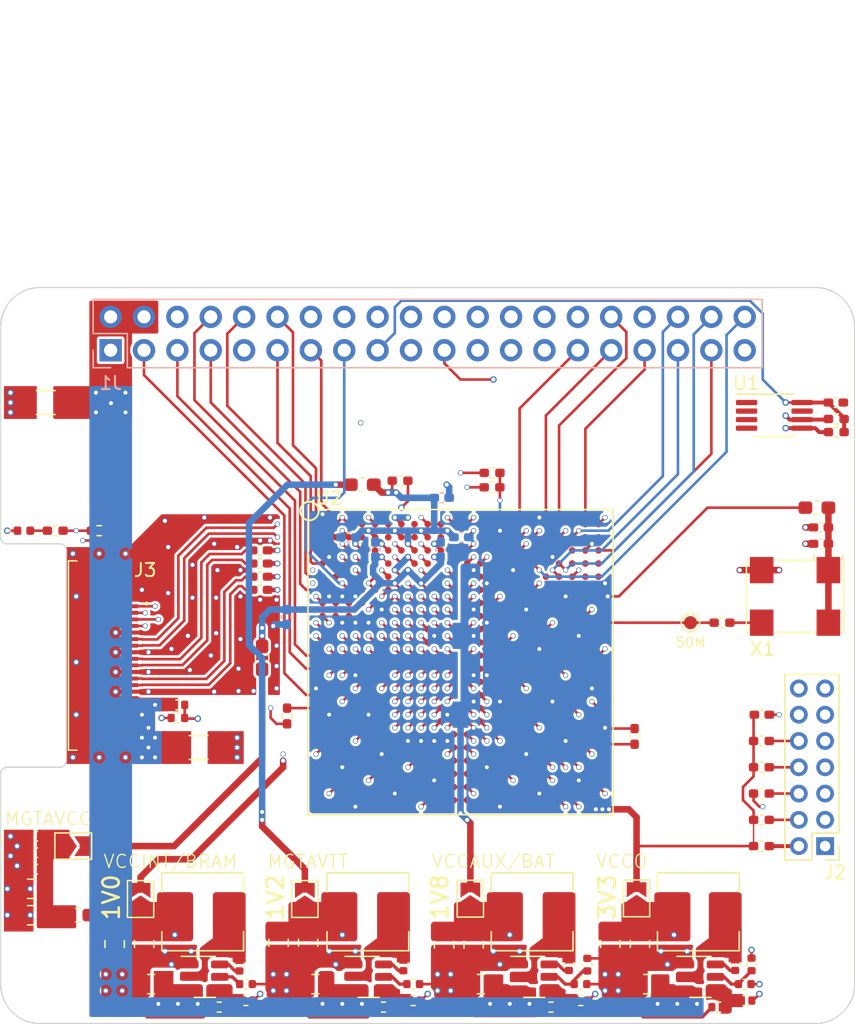
<source format=kicad_pcb>
(kicad_pcb (version 20221018) (generator pcbnew)
  (title_block (date "15 nov 2012"))
  (layers (0 "F.Cu" signal) (1 "In1.Cu" signal) (2 "In2.Cu" signal) (31 "B.Cu" signal) (34 "B.Paste" user) (35 "F.Paste" user) (36 "B.SilkS" user "B.Silkscreen") (37 "F.SilkS" user "F.Silkscreen") (38 "B.Mask" user) (39 "F.Mask" user) (44 "Edge.Cuts" user))
  (net 0 "")
  (net 1 "GND")
  (net 2 "/FPGA Top/FPGA Bank 216 (MGT)/PECKC_P")
  (net 3 "/FPGA Top/PCIE_CLKP")
  (net 4 "/FPGA Top/FPGA Bank 216 (MGT)/PECKC_N")
  (net 5 "/FPGA Top/PCIE_CLKN")
  (net 6 "/FPGA Top/FPGA Bank 216 (MGT)/PERC0_P")
  (net 7 "/FPGA Top/PCIE_RX0P")
  (net 8 "/FPGA Top/FPGA Bank 216 (MGT)/PERC0_N")
  (net 9 "/FPGA Top/PCIE_RX0N")
  (net 10 "+1V0")
  (net 11 "+1V8")
  (net 12 "Net-(D1-A)")
  (net 13 "/Raspberry Pi 5/GPIO4{slash}GPCLK0")
  (net 14 "/Raspberry Pi 5/GPIO14{slash}TXD0")
  (net 15 "/Raspberry Pi 5/GPIO15{slash}RXD0")
  (net 16 "/Raspberry Pi 5/GPIO17")
  (net 17 "/Raspberry Pi 5/GPIO18{slash}PCM.CLK")
  (net 18 "+5V")
  (net 19 "+3V3")
  (net 20 "/Raspberry Pi 5/GPIO27")
  (net 21 "/Raspberry Pi 5/GPIO22")
  (net 22 "/Raspberry Pi 5/GPIO23")
  (net 23 "/Raspberry Pi 5/GPIO24")
  (net 24 "/Raspberry Pi 5/GPIO10{slash}SPI0.MOSI")
  (net 25 "/Raspberry Pi 5/GPIO9{slash}SPI0.MISO")
  (net 26 "/Raspberry Pi 5/GPIO25")
  (net 27 "/Raspberry Pi 5/GPIO11{slash}SPI0.SCLK")
  (net 28 "/Raspberry Pi 5/GPIO8{slash}SPI0.CE0")
  (net 29 "/Raspberry Pi 5/GPIO7{slash}SPI0.CE1")
  (net 30 "/Raspberry Pi 5/ID_SDA")
  (net 31 "/Raspberry Pi 5/ID_SCL")
  (net 32 "/Raspberry Pi 5/GPIO5")
  (net 33 "/Raspberry Pi 5/GPIO6")
  (net 34 "/Raspberry Pi 5/GPIO12{slash}PWM0")
  (net 35 "/Raspberry Pi 5/GPIO13{slash}PWM1")
  (net 36 "/Raspberry Pi 5/GPIO19{slash}PCM.FS")
  (net 37 "/Raspberry Pi 5/GPIO16")
  (net 38 "/Raspberry Pi 5/GPIO26")
  (net 39 "/Raspberry Pi 5/GPIO20{slash}PCM.DIN")
  (net 40 "/Raspberry Pi 5/GPIO21{slash}PCM.DOUT")
  (net 41 "Net-(J2-Pin_2)")
  (net 42 "TMS")
  (net 43 "TCK")
  (net 44 "TDO")
  (net 45 "TDI")
  (net 48 "Net-(X1-OUT)")
  (net 49 "/FPGA Top/FPGA Bank 14/PUDC_B")
  (net 50 "/FPGA Top/FPGA Bank 216 (MGT)/MR")
  (net 82 "Net-(X1-EN)")
  (net 91 "/Raspberry Pi 5/GPIO2{slash}SDA1")
  (net 92 "/Raspberry Pi 5/GPIO3{slash}SCL1")
  (net 132 "/FPGA Top/PCIE_TX0N")
  (net 142 "/FPGA Top/PCIE_TX0P")
  (net 144 "/FPGA Top/PCIE_DET_WAKE")
  (net 154 "/FPGA Top/PCIE_CLKREQ_N")
  (net 155 "/FPGA Top/PCIE_RST_B")
  (net 164 "/FPGA Top/PCIE_PWR_EN")
  (net 263 "/FPGA Top/FPGA Power/SEQ1")
  (net 264 "/FPGA Top/FPGA Power/SEQ3")
  (net 265 "/FPGA Top/FPGA Power/SEQ4")
  (net 266 "/FPGA Top/FPGA Power/SEQ2")
  (net 267 "Net-(U9-SW)")
  (net 268 "Net-(U9-BST)")
  (net 269 "Net-(U10-SW)")
  (net 270 "Net-(U10-BST)")
  (net 271 "Net-(U11-SW)")
  (net 272 "Net-(U11-BST)")
  (net 273 "Net-(U12-SW)")
  (net 274 "Net-(U12-BST)")
  (net 275 "Net-(JP9-A)")
  (net 276 "Net-(JP10-A)")
  (net 277 "Net-(JP11-A)")
  (net 278 "Net-(JP12-A)")
  (net 279 "Net-(U9-FB)")
  (net 280 "Net-(U10-FB)")
  (net 281 "Net-(U11-FB)")
  (net 282 "Net-(U12-FB)")
  (net 286 "unconnected-(U2C-IO_L17N_T2_35-PadJ6)")
  (net 287 "unconnected-(U2C-IO_L14N_T2_SRCC_35-PadK3)")
  (net 288 "unconnected-(U2C-IO_L13P_T2_MRCC_35-PadK4)")
  (net 289 "unconnected-(U2C-IO_L17P_T2_35-PadK6)")
  (net 290 "unconnected-(U2C-IO_L14P_T2_SRCC_35-PadL3)")
  (net 291 "unconnected-(U2C-IO_L18N_T2_35-PadL4)")
  (net 292 "unconnected-(U2C-IO_L18P_T2_35-PadL5)")
  (net 293 "unconnected-(U2C-IO_L16N_T2_35-PadM2)")
  (net 294 "unconnected-(U2C-IO_L16P_T2_35-PadM3)")
  (net 295 "unconnected-(U2C-IO_L19P_T3_35-PadN4)")
  (net 296 "/FPGA Top/CLK50MHZ")
  (net 297 "+3.3VP")
  (net 311 "/FPGA Top/FPGA Bank 216 (MGT)/MGTAVTT")
  (net 312 "/FPGA Top/FPGA Bank 216 (MGT)/MGTAVCC")
  (net 313 "Net-(U2C-IO_L20P_T3_35)")
  (net 314 "/FPGA Top/FPGA Config/5V_SNS")
  (net 319 "+1V0_MGTAVCC")
  (net 320 "+1V2_MGTAVTT")
  (net 321 "/FPGA Top/FPGA Power/1V0_FB")
  (net 322 "unconnected-(U2A-IO_L12P_T1_MRCC_14-PadW19)")
  (net 323 "unconnected-(U2A-IO_L12N_T1_MRCC_14-PadW20)")
  (footprint "Capacitor_SMD:C_0402_1005Metric" (layer "F.Cu") (at 155.9 95.48 -90)
    (fp_text reference "C111" hide)
    (fp_text value "100n")
  )
  (footprint "Capacitor_SMD:C_0402_1005Metric_Pad0.74x0.62mm_HandSolder" (layer "F.Cu") (at 119.75 67 180)
    (fp_text reference "C2" hide)
    (fp_text value "100n")
  )
  (footprint "Resistor_SMD:R_0402_1005Metric_Pad0.72x0.64mm_HandSolder" (layer "F.Cu") (at 157.9025 80.5)
    (fp_text reference "R5" hide)
    (fp_text value "3.9k")
  )
  (footprint "Capacitor_SMD:C_0402_1005Metric_Pad0.74x0.62mm_HandSolder" (layer "F.Cu") (at 119.75 65 180)
    (fp_text reference "C6" hide)
    (fp_text value "100n")
  )
  (footprint "MountingHole:MountingHole_2.7mm_M2.5" (layer "F.Cu") (at 161.5 47.5)
    (fp_text reference "MH2" hide)
    (fp_text value "MountingHole_2.7mm_M2.5" hide)
  )
  (footprint "Capacitor_SMD:C_0805_2012Metric" (layer "F.Cu") (at 146.4 93.95 90)
    (fp_text reference "C121" hide)
    (fp_text value "22u")
  )
  (footprint "Resistor_SMD:R_0402_1005Metric" (layer "F.Cu") (at 154.64 98.75)
    (fp_text reference "R41" hide)
    (fp_text value "10k")
  )
  (footprint "Capacitor_SMD:C_1206_3216Metric_Pad1.33x1.80mm_HandSolder" (layer "F.Cu") (at 103.4375 52.75)
    (fp_text reference "C8" hide)
    (fp_text value "100u")
  )
  (footprint "Resistor_SMD:R_0402_1005Metric" (layer "F.Cu") (at 144.15 98.25)
    (fp_text reference "R38" hide)
    (fp_text value "13.7k")
  )
  (footprint "Capacitor_SMD:C_0805_2012Metric" (layer "F.Cu") (at 136 94 90)
    (fp_text reference "C120" hide)
    (fp_text value "22u")
  )
  (footprint "Capacitor_SMD:C_0402_1005Metric_Pad0.74x0.62mm_HandSolder" (layer "F.Cu") (at 102.6825 85.75)
    (fp_text reference "C113" hide)
    (fp_text value "100n")
  )
  (footprint "Capacitor_SMD:C_0805_2012Metric" (layer "F.Cu") (at 121.15 93.85 90)
    (fp_text reference "C119" hide)
    (fp_text value "22u")
  )
  (footprint "Oscillator:Oscillator_SMD_Abracon_ASV-4Pin_7.0x5.1mm" (layer "F.Cu") (at 160.46 67.5 180)
    (fp_text reference "X1")
    (fp_text value "50MHz")
  )
  (footprint "Inductor_SMD:L_Chilisin_BMRB00050518" (layer "F.Cu") (at 127.95 91.5 180)
    (fp_text reference "L2" hide)
    (fp_text value "4.7u")
  )
  (footprint "Capacitor_SMD:C_0402_1005Metric_Pad0.74x0.62mm_HandSolder" (layer "F.Cu") (at 157.9325 76.5 180)
    (fp_text reference "C21" hide)
    (fp_text value "100n")
  )
  (footprint "Resistor_SMD:R_0402_1005Metric_Pad0.72x0.64mm_HandSolder" (layer "F.Cu") (at 104.1525 62.5 180)
    (fp_text reference "R11" hide)
    (fp_text value "1k")
  )
  (footprint "Capacitor_SMD:C_0402_1005Metric" (layer "F.Cu") (at 130.65 95.5 -90)
    (fp_text reference "C109" hide)
    (fp_text value "100n")
  )
  (footprint "Inductor_SMD:L_0603_1608Metric_Pad1.05x0.95mm_HandSolder" (layer "F.Cu") (at 105.875 91.75)
    (fp_text reference "FB4" hide)
    (fp_text value "600Ω@100MHz")
  )
  (footprint "Resistor_SMD:R_0402_1005Metric_Pad0.72x0.64mm_HandSolder" (layer "F.Cu") (at 148.25 78.1525 -90)
    (fp_text reference "R12" hide)
    (fp_text value "1k")
  )
  (footprint "Capacitor_SMD:C_0402_1005Metric_Pad0.74x0.62mm_HandSolder" (layer "F.Cu") (at 119.75 66 180)
    (fp_text reference "C3" hide)
    (fp_text value "100n")
  )
  (footprint "Capacitor_SMD:C_0805_2012Metric" (layer "F.Cu") (at 108.675 93.95 90)
    (fp_text reference "C118" hide)
    (fp_text value "22u")
  )
  (footprint "Capacitor_SMD:C_0402_1005Metric_Pad0.74x0.62mm_HandSolder" (layer "F.Cu") (at 163.5675 52.75)
    (fp_text reference "C1" hide)
    (fp_text value "100n")
  )
  (footprint "Capacitor_SMD:C_0402_1005Metric_Pad0.74x0.62mm_HandSolder" (layer "F.Cu") (at 119.75 64 180)
    (fp_text reference "C7" hide)
    (fp_text value "100n")
  )
  (footprint "Capacitor_SMD:C_0402_1005Metric_Pad0.74x0.62mm_HandSolder" (layer "F.Cu") (at 162.4325 62.25)
    (fp_text reference "C94" hide)
    (fp_text value "4.7u")
  )
  (footprint "Resistor_SMD:R_0402_1005Metric" (layer "F.Cu") (at 113.49 76.75)
    (fp_text reference "R15" hide)
    (fp_text value "10k")
  )
  (footprint "Resistor_SMD:R_0402_1005Metric_Pad0.72x0.64mm_HandSolder" (layer "F.Cu") (at 157.9025 78.5)
    (fp_text reference "R6" hide)
    (fp_text value "3.9k")
  )
  (footprint "Resistor_SMD:R_0402_1005Metric" (layer "F.Cu") (at 129.14 98.75)
    (fp_text reference "R37" hide)
    (fp_text value "10k")
  )
  (footprint "Capacitor_SMD:C_0805_2012Metric" (layer "F.Cu") (at 149.2 97)
    (fp_text reference "C104" hide)
    (fp_text value "22u")
  )
  (footprint "Capacitor_SMD:C_0805_2012Metric" (layer "F.Cu") (at 111.45 97)
    (fp_text reference "C101" hide)
    (fp_text value "22u")
  )
  (footprint "Resistor_SMD:R_0402_1005Metric" (layer "F.Cu") (at 131.4 98.25)
    (fp_text reference "R36" hide)
    (fp_text value "5.76k")
  )
  (footprint "Resistor_SMD:R_0402_1005Metric" (layer "F.Cu") (at 113.5 75.75 180)
    (fp_text reference "R14" hide)
    (fp_text value "45k")
  )
  (footprint "Package_SO:MSOP-8_3x3mm_P0.65mm" (layer "F.Cu") (at 158.8875 53.725)
    (fp_text reference "U1")
    (fp_text value "FT24C256A")
  )
  (footprint "TestPoint:TestPoint_Pad_D1.0mm" (layer "F.Cu") (at 152.5 69.5)
    (fp_text reference "TP1" hide)
    (fp_text value "50M")
  )
  (footprint "Capacitor_SMD:C_0805_2012Metric" (layer "F.Cu") (at 123.4 93.85 90)
    (fp_text reference "C115" hide)
    (fp_text value "22u")
  )
  (footprint "Capacitor_SMD:C_0805_2012Metric" (layer "F.Cu") (at 110.925 93.95 90)
    (fp_text reference "C114" hide)
    (fp_text value "22u")
  )
  (footprint "Capacitor_SMD:C_1206_3216Metric_Pad1.33x1.80mm_HandSolder" (layer "F.Cu") (at 115.0625 79 180)
    (fp_text reference "C96" hide)
    (fp_text value "100u")
  )
  (footprint "Capacitor_SMD:C_0805_2012Metric" (layer "F.Cu") (at 123.95 97)
    (fp_text reference "C102" hide)
    (fp_text value "22u")
  )
  (footprint "Resistor_SMD:R_0402_1005Metric_Pad0.72x0.64mm_HandSolder" (layer "F.Cu") (at 157.9025 82.5 180)
    (fp_text reference "R7" hide)
    (fp_text value "3.9k")
  )
  (footprint "Package_TO_SOT_SMD:TSOT-23-6" (layer "F.Cu") (at 128.0125 96.45)
    (fp_text reference "U10" hide)
    (fp_text value "AP62200TWU-7")
  )
  (footprint "Inductor_SMD:L_Chilisin_BMRB00050518" (layer "F.Cu") (at 140.45 91.5 180)
    (fp_text reference "L3" hide)
    (fp_text value "4.7u")
  )
  (footprint "Inductor_SMD:L_0603_1608Metric_Pad1.05x0.95mm_HandSolder" (layer "F.Cu") (at 162.125 60.75)
    (fp_text reference "FB3" hide)
    (fp_text value "600Ω@100MHz")
  )
  (footprint "Inductor_SMD:L_Chilisin_BMRB00050518" (layer "F.Cu") (at 115.375 91.5 180)
    (fp_text reference "L1" hide)
    (fp_text value "4.7u")
  )
  (footprint "Resistor_SMD:R_0402_1005Metric_Pad0.72x0.64mm_HandSolder" (layer "F.Cu") (at 137.3975 59.2 180)
    (fp_text reference "R8" hide)
    (fp_text value "3.9k")
  )
  (footprint "Capacitor_SMD:C_0402_1005Metric" (layer "F.Cu") (at 131.4 97)
    (fp_text reference "C17" hide)
    (fp_text value "22n")
  )
  (footprint "Jumper:SolderJumper-2_P1.3mm_Open_TrianglePad1.0x1.5mm" (layer "F.Cu") (at 148.4 90.475 90)
    (fp_text reference "JP12" hide)
    (fp_text value "ID_WP")
  )
  (footprint "Resistor_SMD:R_0402_1005Metric_Pad0.72x0.64mm_HandSolder" (layer "F.Cu") (at 163.5975 55 180)
    (fp_text reference "R1" hide)
    (fp_text value "3.9k")
  )
  (footprint "MountingHole:MountingHole_2.7mm_M2.5" (layer "F.Cu") (at 103.5 96.5)
    (fp_text reference "MH3" hide)
    (fp_text value "MountingHole_2.7mm_M2.5" hide)
  )
  (footprint "Package_TO_SOT_SMD:TSOT-23-6" (layer "F.Cu") (at 115.5375 96.45)
    (fp_text reference "U9" hide)
    (fp_text value "AP62200TWU-7")
  )
  (footprint "Capacitor_SMD:C_0402_1005Metric" (layer "F.Cu") (at 118.67 97)
    (fp_text reference "C9" hide)
    (fp_text value "10n")
  )
  (footprint "Resistor_SMD:R_0402_1005Metric_Pad0.72x0.64mm_HandSolder" (layer "F.Cu") (at 157.9025 84.5)
    (fp_text reference "R3" hide)
    (fp_text value "3.9k")
  )
  (footprint "MountingHole:MountingHole_2.7mm_M2.5" (layer "F.Cu") (at 103.5 47.5)
    (fp_text reference "MH1" hide)
    (fp_text value "MountingHole_2.7mm_M2.5" hide)
  )
  (footprint "Resistor_SMD:R_0402_1005Metric" (layer "F.Cu") (at 116.64 98.75)
    (fp_text reference "R35" hide)
    (fp_text value "10k")
  )
  (footprint "Resistor_SMD:R_0402_1005Metric" (layer "F.Cu") (at 141.89 98.75)
    (fp_text reference "R39" hide)
    (fp_text value "10k")
  )
  (footprint "Capacitor_SMD:C_0402_1005Metric_Pad0.74x0.62mm_HandSolder" (layer "F.Cu") (at 102.6825 87)
    (fp_text reference "C112" hide)
    (fp_text value "100n")
  )
  (footprint "Capacitor_SMD:C_0805_2012Metric" (layer "F.Cu") (at 136.55 97)
    (fp_text reference "C103" hide)
    (fp_text value "22u")
  )
  (footprint "Capacitor_SMD:C_0805_2012Metric" (layer "F.Cu") (at 102.3 89.75)
    (fp_text reference "C105" hide)
    (fp_text value "22u")
  )
  (footprint "Capacitor_SMD:C_0805_2012Metric" (layer "F.Cu") (at 133.75 94 90)
    (fp_text reference "C116" hide)
    (fp_text value "22u")
  )
  (footprint "Capacitor_SMD:C_0402_1005Metric" (layer "F.Cu") (at 144.13 97)
    (fp_text reference "C18" hide)
    (fp_text value "10n")
  )
  (footprint "Capacitor_SMD:C_0402_1005Metric_Pad0.74x0.62mm_HandSolder" (layer "F.Cu") (at 102.6825 88.25)
    (fp_text reference "C107" hide)
    (fp_text value "4.7u")
  )
  (footprint "Inductor_SMD:L_Chilisin_BMRB00050518" (layer "F.Cu") (at 153.1 91.5 180)
    (fp_text reference "L4" hide)
    (fp_text value "4.7u")
  )
  (footprint "pcie:68711614522" (layer "F.Cu") (at 107.31 72 -90)
    (fp_text reference "J3")
    (fp_text value "68711614522" hide)
  )
  (footprint "Inductor_SMD:L_0603_1608Metric_Pad1.05x0.95mm_HandSolder" (layer "F.Cu") (at 119.9 72.175 90)
    (fp_text reference "FB1" hide)
    (fp_text value "600Ω@100MHz")
  )
  (footprint "Capacitor_SMD:C_0402_1005Metric" (layer "F.Cu") (at 156.63 97)
    (fp_text reference "C20" hide)
    (fp_text value "22n")
  )
  (footprint "Package_BGA:Xilinx_FGG484" (layer "F.Cu") (at 135 72.5)
    (fp_text reference "U2")
    (fp_text value "XC7A50T-FGG484")
  )
  (footprint "Jumper:SolderJumper-2_P1.3mm_Open_TrianglePad1.0x1.5mm" (layer "F.Cu") (at 135.75 90.5 90)
    (fp_text reference "JP11" hide)
    (fp_text value "ID_WP")
  )
  (footprint "Resistor_SMD:R_0402_1005Metric" (layer "F.Cu") (at 118.66 98.25)
    (fp_text reference "R34" hide)
    (fp_text value "3.2k")
  )
  (footprint "Jumper:SolderJumper-2_P1.3mm_Open_TrianglePad1.0x1.5mm" (layer "F.Cu") (at 105.525 86.5)
    (fp_text reference "JP8" hide)
    (fp_text value "ID_WP")
  )
  (footprint "Resistor_SMD:R_0402_1005Metric_Pad0.72x0.64mm_HandSolder" (layer "F.Cu") (at 137.4025 58.1 180)
    (fp_text reference "R9" hide)
    (fp_text value "3.9k")
  )
  (footprint "Resistor_SMD:R_0402_1005Metric_Pad0.72x0.64mm_HandSolder" (layer "F.Cu") (at 157.9025 86.5 180)
    (fp_text reference "R4" hide)
    (fp_text value "10")
  )
  (footprint "Resistor_SMD:R_0402_1005Metric" (layer "F.Cu") (at 156.66 98.25)
    (fp_text reference "R40" hide)
    (fp_text value "33.2k")
  )
  (footprint "Resistor_SMD:R_0402_1005Metric_Pad0.72x0.64mm_HandSolder" (layer "F.Cu") (at 130.3975 58.7 180)
    (fp_text reference "R13" hide)
    (fp_text value "100")
  )
  (footprint "Capacitor_SMD:C_0805_2012Metric" (layer "F.Cu") (at 148.66 93.95 90)
    (fp_text reference "C117" hide)
    (fp_text value "22u")
  )
  (footprint "Resistor_SMD:R_0402_1005Metric_Pad0.72x0.64mm_HandSolder" (layer "F.Cu") (at 121.8 76.5975 -90)
    (fp_text reference "R17" hide)
    (fp_text value "3.9k")
  )
  (footprint "MountingHole:MountingHole_2.7mm_M2.5" (layer "F.Cu") (at 161.5 96.5)
    (fp_text reference "MH4" hide)
    (fp_text value "MountingHole_2.7mm_M2.5" hide)
  )
  (footprint "Resistor_SMD:R_0402_1005Metric_Pad0.72x0.64mm_HandSolder" (layer "F.Cu") (at 154.9025 69.5)
    (fp_text reference "R16" hide)
    (fp_text value "10")
  )
  (footprint "Jumper:SolderJumper-2_P1.3mm_Open_TrianglePad1.0x1.5mm" (layer "F.Cu") (at 123.15 90.525 90)
    (fp_text reference "JP10" hide)
    (fp_text value "ID_WP")
  )
  (footprint "Resistor_SMD:R_0402_1005Metric_Pad0.72x0.64mm_HandSolder" (layer "F.Cu") (at 107.5 62.5 180)
    (fp_text reference "R10" hide)
    (fp_text value "330")
  )
  (footprint "Jumper:SolderJumper-2_P1.3mm_Open_TrianglePad1.0x1.5mm" (layer "F.Cu") (at 110.65 90.525 90)
    (fp_text reference "JP9" hide)
    (fp_text value "ID_WP")
  )
  (footprint "Capacitor_SMD:C_0402_1005Metric" (layer "F.Cu") (at 144.65 95.52 90)
    (fp_text reference "C14" hide)
    (fp_text value "22n")
  )
  (footprint "Connector_PinHeader_2.00mm:PinHeader_2x07_P2.00mm_Vertical" (layer "F.Cu") (at 162.75 86.5 180)
    (fp_text reference "J2")
    (fp_text value "Molex 0878321420")
  )
  (footprint "Capacitor_SMD:C_0805_2012Metric" (layer "F.Cu") (at 102.3 91.76)
    (fp_text reference "C106" hide)
    (fp_text value "22u")
  )
  (footprint "Inductor_SMD:L_0603_1608Metric_Pad1.05x0.95mm_HandSolder" (layer "F.Cu") (at 127.525 59 180)
    (fp_text reference "FB2" hide)
    (fp_text value "600Ω@100MHz")
  )
  (footprint "Package_TO_SOT_SMD:TSOT-23-6" (layer "F.Cu") (at 153.2625 96.45)
    (fp_text reference "U12" hide)
    (fp_text value "AP62200TWU-7")
  )
  (footprint "Capacitor_SMD:C_0402_1005Metric_Pad0.74x0.62mm_HandSolder" (layer "F.Cu") (at 162.4325 63.5)
    (fp_text reference "C93" hide)
    (fp_text value "100n")
  )
  (footprint "Capacitor_SMD:C_0402_1005Metric" (layer "F.Cu") (at 143.25 95.48 -90)
    (fp_text reference "C110" hide)
    (fp_text value "100n")
  )
  (footprint "Resistor_SMD:R_0402_1005Metric_Pad0.72x0.64mm_HandSolder" (layer "F.Cu") (at 163.5975 54 180)
    (fp_text reference "R2" hide)
    (fp_text value "3.9k")
  )
  (footprint "LED_SMD:LED_0402_1005Metric" (layer "F.Cu") (at 101.765 62.5)
    (fp_text reference "D1" hide)
    (fp_text value "RED")
  )
  (footprint "Capacitor_SMD:C_0402_1005Metric" (layer "F.Cu") (at 157.15 95.5 90)
    (fp_text reference "C16" hide)
    (fp_text value "22n")
  )
  (footprint "Capacitor_SMD:C_0402_1005Metric" (layer "F.Cu") (at 118.175 95.52 -90)
    (fp_text reference "C108" hide)
    (fp_text value "100n")
  )
  (footprint "Package_TO_SOT_SMD:TSOT-23-6" (layer "F.Cu") (at 140.6125 96.45)
    (fp_text reference "U11" hide)
    (fp_text value "AP62200TWU-7")
  )
  (footprint "Connector_PinSocket_2.54mm:PinSocket_2x20_P2.54mm_Vertical" (layer "B.Cu") (at 108.37 48.77 -90)
    (fp_text reference "J1")
    (fp_text value "GPIO")
  )
  (footprint "Capacitor_SMD:C_0402_1005Metric_Pad0.74x0.62mm_HandSolder" (layer "B.Cu") (at 133.5 63.9325 -90)
    (fp_text reference "C11" hide)
    (fp_text value "100n")
  )
  (footprint "Capacitor_SMD:C_0402_1005Metric_Pad0.74x0.62mm_HandSolder" (layer "B.Cu") (at 133.5675 60 180)
    (fp_text reference "C10" hide)
    (fp_text value "4.7u")
  )
  (footprint "Capacitor_SMD:C_0402_1005Metric_Pad0.74x0.62mm_HandSolder" (layer "B.Cu") (at 121.75 69.0675 90)
    (fp_text reference "C15" hide)
    (fp_text value "4.7u")
  )
  (footprint "Capacitor_SMD:C_0402_1005Metric_Pad0.74x0.62mm_HandSolder" (layer "B.Cu") (at 126.4675 63)
    (fp_text reference "C5" hide)
    (fp_text value "100n")
  )
  (footprint "Capacitor_SMD:C_0402_1005Metric_Pad0.74x0.62mm_HandSolder" (layer "B.Cu") (at 135.0675 63 180)
    (fp_text reference "C4" hide)
    (fp_text value "100n")
  )
  (footprint "Capacitor_SMD:C_0402_1005Metric_Pad0.74x0.62mm_HandSolder" (layer "B.Cu") (at 128.5 63.9325 -90)
    (fp_text reference "C12" hide)
    (fp_text value "100n")
  )
  (gr_circle (center 123.5 61) (end 124 60.5) (stroke (width 0.15)) (fill none) (layer "F.SilkS"))
  (gr_arc (start 100 47) (mid 100.87868 44.87868) (end 103 44) (stroke (width 0.1)) (layer "Edge.Cuts"))
  (gr_arc (start 100.5 63.5) (mid 100.146447 63.353553) (end 100 63) (stroke (width 0.1)) (layer "Edge.Cuts"))
  (gr_line (start 165 97) (end 165 47) (stroke (width 0.1)) (layer "Edge.Cuts"))
  (gr_line (start 100 47) (end 100 63) (stroke (width 0.1)) (layer "Edge.Cuts"))
  (gr_arc (start 103 100) (mid 100.87868 99.12132) (end 100 97) (stroke (width 0.1)) (layer "Edge.Cuts"))
  (gr_line (start 103 100) (end 162 100) (stroke (width 0.1)) (layer "Edge.Cuts"))
  (gr_line (start 104.5 80.5) (end 100.5 80.5) (stroke (width 0.1)) (layer "Edge.Cuts"))
  (gr_arc (start 162 44) (mid 164.12132 44.87868) (end 165 47) (stroke (width 0.1)) (layer "Edge.Cuts"))
  (gr_arc (start 100 81) (mid 100.146138 80.646755) (end 100.499127 80.500001) (stroke (width 0.1)) (layer "Edge.Cuts"))
  (gr_arc (start 165 97) (mid 164.12132 99.12132) (end 162 100) (stroke (width 0.1)) (layer "Edge.Cuts"))
  (gr_line (start 105 64) (end 105 80) (stroke (width 0.1)) (layer "Edge.Cuts"))
  (gr_line (start 162 44) (end 103 44) (stroke (width 0.1)) (layer "Edge.Cuts"))
  (gr_line (start 100 81) (end 100 97) (stroke (width 0.1)) (layer "Edge.Cuts"))
  (gr_line (start 100.5 63.5) (end 104.5 63.5) (stroke (width 0.1)) (layer "Edge.Cuts"))
  (gr_arc (start 105 80) (mid 104.853553 80.353553) (end 104.5 80.5) (stroke (width 0.1)) (layer "Edge.Cuts"))
  (gr_arc (start 104.5 63.5) (mid 104.853553 63.646447) (end 105 64) (stroke (width 0.1)) (layer "Edge.Cuts"))
  (gr_text "VCCAUX/BAT" (at 132.75 88.25) (layer "F.SilkS") (effects (font (size 1 1) (thickness 0.1)) (justify left bottom)))
  (gr_text "1V8" (at 134.15 92.25 90) (layer "F.SilkS") (effects (font (size 1.25 1.25) (thickness 0.2)) (justify left bottom)))
  (gr_text "MGTAVTT" (at 120.25 88.25) (layer "F.SilkS") (effects (font (size 1 1) (thickness 0.1)) (justify left bottom)))
  (gr_text "VCCO" (at 145.25 88.25) (layer "F.SilkS") (effects (font (size 1 1) (thickness 0.1)) (justify left bottom)))
  (gr_text "MGTAVCC" (at 100.25 85) (layer "F.SilkS") (effects (font (size 1 1) (thickness 0.1)) (justify left bottom)))
  (gr_text "VCCINT/BRAM" (at 107.75 88.25) (layer "F.SilkS") (effects (font (size 1 1) (thickness 0.1)) (justify left bottom)))
  (gr_text "1V0" (at 109.15 92.25 90) (layer "F.SilkS") (effects (font (size 1.25 1.25) (thickness 0.2)) (justify left bottom)))
  (gr_text "1V2" (at 121.65 92.25 90) (layer "F.SilkS") (effects (font (size 1.25 1.25) (thickness 0.2)) (justify left bottom)))
  (gr_text "3V3" (at 146.9 92.25 90) (layer "F.SilkS") (effects (font (size 1.25 1.25) (thickness 0.2)) (justify left bottom)))
  (segment (start 130.5 68) (end 130 67.5) (width 0.2) (layer "F.Cu") (net 1))
  (segment (start 146.26 95.04) (end 146.4 94.9) (width 0.2) (layer "F.Cu") (net 1))
  (segment (start 135.5 62) (end 136 61.5) (width 0.2) (layer "F.Cu") (net 1))
  (segment (start 130.5 75) (end 130 75.5) (width 0.2) (layer "F.Cu") (net 1))
  (segment (start 143.5 66) (end 144 65.5) (width 0.2) (layer "F.Cu") (net 1))
  (segment (start 131.88 97) (end 133 97) (width 0.2) (layer "F.Cu") (net 1))
  (segment (start 135.5 63) (end 136 62.5) (width 0.2) (layer "F.Cu") (net 1))
  (segment (start 142.5 83) (end 143 83.5) (width 0.2) (layer "F.Cu") (net 1))
  (segment (start 135.5 64) (end 136 63.5) (width 0.2) (layer "F.Cu") (net 1))
  (segment (start 148.25 98.85) (end 148.25 97) (width 0.25) (layer "F.Cu") (net 1))
  (segment (start 141.3475 98.75) (end 140.7025 99.395) (width 0.25) (layer "F.Cu") (net 1))
  (segment (start 110.5 97) (end 110.5 98.85) (width 0.25) (layer "F.Cu") (net 1))
  (segment (start 132.5 62) (end 132 61.5) (width 0.2) (layer "F.Cu") (net 1))
  (segment (start 115.4 99.5) (end 116.13 98.77) (width 0.25) (layer "F.Cu") (net 1))
  (segment (start 128.5 66) (end 128 66.5) (width 0.2) (layer "F.Cu") (net 1))
  (segment (start 128.5 62) (end 128 61.5) (width 0.2) (layer "F.Cu") (net 1))
  (segment (start 124.5 79) (end 124 79.5) (width 0.2) (layer "F.Cu") (net 1))
  (segment (start 126.5 63) (end 126 62.5) (width 0.2) (layer "F.Cu") (net 1))
  (segment (start 110.5 98.85) (end 111.15 99.5) (width 0.25) (layer "F.Cu") (net 1))
  (segment (start 131.5 65) (end 131 64.5) (width 0.2) (layer "F.Cu") (net 1))
  (segment (start 112.98 76.75) (end 112.5 76.75) (width 0.2) (layer "F.Cu") (net 1))
  (segment (start 157.11 97) (end 157.75 97) (width 0.2) (layer "F.Cu") (net 1))
  (segment (start 144.5 69) (end 145 68.5) (width 0.2) (layer "F.Cu") (net 1))
  (segment (start 133.5 70) (end 133 69.5) (width 0.2) (layer "F.Cu") (net 1))
  (segment (start 135.5 76) (end 136 76.5) (width 0.2) (layer "F.Cu") (net 1))
  (segment (start 142.5 73) (end 143 73.5) (width 0.2) (layer "F.Cu") (net 1))
  (segment (start 138.5 81) (end 139 81.5) (width 0.2) (layer "F.Cu") (net 1))
  (segment (start 132.5 77) (end 132 77.5) (width 0.2) (layer "F.Cu") (net 1))
  (segment (start 124.5 69) (end 125 69.5) (width 0.2) (layer "F.Cu") (net 1))
  (segment (start 161.865 63.5) (end 161.25 63.5) (width 0.5) (layer "F.Cu") (net 1))
  (segment (start 127.5 66) (end 127 65.5) (width 0.2) (layer "F.Cu") (net 1))
  (segment (start 134.5 62) (end 134 61.5) (width 0.2) (layer "F.Cu") (net 1))
  (segment (start 133.5 64) (end 133 63.5) (width 0.2) (layer "F.Cu") (net 1))
  (segment (start 132.5 72) (end 132 71.5) (width 0.2) (layer "F.Cu") (net 1))
  (segment (start 148.9 99.5) (end 148.25 98.85) (width 0.25) (layer "F.Cu") (net 1))
  (segment (start 129.5 74) (end 129 74.5) (width 0.2) (layer "F.Cu") (net 1))
  (segment (start 127.5 65) (end 127 64.5) (width 0.2) (layer "F.Cu") (net 1))
  (segment (start 111.15 99.5) (end 115.4 99.5) (width 0.25) (layer "F.Cu") (net 1))
  (segment (start 158.5 76.5) (end 159.25 76.5) (width 0.2) (layer "F.Cu") (net 1))
  (segment (start 137.5 68) (end 138 67.5) (width 0.2) (layer "F.Cu") (net 1))
  (segment (start 130.5 73) (end 130 73.5) (width 0.2) (layer "F.Cu") (net 1))
  (segment (start 142.5 63) (end 143 62.5) (width 0.2) (layer "F.Cu") (net 1))
  (segment (start 131.5 80) (end 131 80.5) (width 0.2) (layer "F.Cu") (net 1))
  (segment (start 134.5 71) (end 134 70.5) (width 0.2) (layer "F.Cu") (net 1))
  (segment (start 132.5 66) (end 132 65.5) (width 0.2) (layer "F.Cu") (net 1))
  (segment (start 141.38 98.75) (end 141.3475 98.75) (width 0.25) (layer "F.Cu") (net 1))
  (segment (start 154.13 98.77) (end 153.4 99.5) (width 0.25) (layer "F.Cu") (net 1))
  (segment (start 126.5 62) (end 126 61.5) (width 0.2) (layer "F.Cu") (net 1))
  (segment (start 135.5 82) (end 136 82.5) (width 0.2) (layer "F.Cu") (net 1))
  (segment (start 133.5 68) (end 133 67.5) (width 0.2) (layer "F.Cu") (net 1))
  (segment (start 126.5 75) (end 126 75.5) (width 0.2) (layer "F.Cu") (net 1))
  (segment (start 131.5 68) (end 131 67.5) (width 0.2) (layer "F.Cu") (net 1))
  (segment (start 134.5 67) (end 134 66.5) (width 0.2) (layer "F.Cu") (net 1))
  (segment (start 132.5 74) (end 132 74.5) (width 0.2) (layer "F.Cu") (net 1))
  (segment (start 157.305 83.055) (end 157.75 83.5) (width 0.2) (layer "F.Cu") (net 1))
  (segment (start 131.5 76) (end 131 76.5) (width 0.2) (layer "F.Cu") (net 1))
  (segment (start 145.5 82) (end 146 82.5) (width 0.2) (layer "F.Cu") (net 1))
  (segment (start 132.5 83) (end 132 83.5) (width 0.2) (layer "F.Cu") (net 1))
  (segment (start 139.5 64) (end 140 63.5) (width 0.2) (layer "F.Cu") (net 1))
  (segment (start 144.5 79) (end 145 79.5) (width 0.2) (layer "F.Cu") (net 1))
  (segment (start 133.5 73) (end 133 73.5) (width 0.2) (layer "F.Cu") (net 1))
  (segment (start 101.03 62.5) (end 100.5 62.5) (width 0.2) (layer "F.Cu") (net 1))
  (segment (start 145.5 62) (end 146 61.5) (width 0.2) (layer "F.Cu") (net 1))
  (segment (start 128.5 81) (end 128 81.5) (width 0.2) (layer "F.Cu") (net 1))
  (segment (start 133.5 74) (end 133 74.5) (width 0.2) (layer "F.Cu") (net 1))
  (segment (start 122.9 98.9) (end 122.9 97.15) (width 0.25) (layer "F.Cu") (net 1))
  (segment (start 126.5 64) (end 126 63.5) (width 0.2) (layer "F.Cu") (net 1))
  (segment (start 157.305 82.5) (end 157.305 83.055) (width 0.2) (layer "F.Cu") (net 1))
  (segment (start 134.5 79) (end 134 79.5) (width 0.2) (layer "F.Cu") (net 1))
  (segment (start 132.5 71) (end 132 70.5) (width 0.2) (layer "F.Cu") (net 1))
  (segment (start 132.5 69) (end 132 68.5) (width 0.2) (layer "F.Cu") (net 1))
  (segment (start 135.5 65) (end 136 64.5) (width 0.2) (layer "F.Cu") (net 1))
  (segment (start 116.13 98.77) (end 116.13 98.75) (width 0.25) (layer "F.Cu") (net 1))
  (segment (start 136.095 99.395) (end 135.6 98.9) (width 0.25) (layer "F.Cu") (net 1))
  (segment (start 129.5 64) (end 129 63.5) (width 0.2) (layer "F.Cu") (net 1))
  (segment (start 140.7025 99.395) (end 136.095 99.395) (width 0.25) (layer "F.Cu") (net 1))
  (segment (start 129.5 68) (end 130 67.5) (width 0.2) (layer "F.Cu") (net 1))
  (segment (start 125.5 82) (end 125 82.5) (width 0.2) (layer "F.Cu") (net 1))
  (segment (start 144.61 97) (end 145.75 97) (width 0.2) (layer "F.Cu") (net 1))
  (segment (start 119.15 97) (end 120.5 97) (width 0.2) (layer "F.Cu") (net 1))
  (segment (start 130.5 66) (end 130 65.5) (width 0.2) (layer "F.Cu") (net 1))
  (segment (start 157.15 95.02) (end 157.15 94.4) (width 0.2) (layer "F.Cu") (net 1))
  (segment (start 161.865 62.25) (end 161.25 62.25) (width 0.5) (layer "F.Cu") (net 1))
  (segment (start 157.75 83.5) (end 158 83.5) (width 0.2) (layer "F.Cu") (net 1))
  (segment (start 128.63 98.77) (end 127.9 99.5) (width 0.25) (layer "F.Cu") (net 1))
  (segment (start 130.5 62) (end 130 61.5) (width 0.2) (layer "F.Cu") (net 1))
  (segment (start 130.5 71) (end 130 70.5) (width 0.2) (layer "F.Cu") (net 1))
  (segment (start 127.9 99.5) (end 123.5 99.5) (width 0.25) (layer "F.Cu") (net 1))
  (segment (start 128.63 98.75) (end 128.63 98.77) (width 0.25) (layer "F.Cu") (net 1))
  (segment (start 137.5 78) (end 138 78.5) (width 0.2) (layer "F.Cu") (net 1))
  (segment (start 154.13 98.75) (end 154.13 98.77) (width 0.25) (layer "F.Cu") (net 1))
  (segment (start 140.5 67) (end 141 66.5) (width 0.2) (layer "F.Cu") (net 1))
  (segment (start 145.5 72) (end 146 71.5) (width 0.2) (layer "F.Cu") (net 1))
  (segment (start 112.5 76.75) (end 112.25 76.75) (width 0.2) (layer "F.Cu") (net 1))
  (segment (start 133.5 76) (end 133 76.5) (width 0.2) (layer "F.Cu") (net 1))
  (segment (start 157.92 65.5) (end 159.25 65.5) (width 0.5) (layer "F.Cu") (net 1))
  (segment (start 127.5 78) (end 127 78.5) (width 0.2) (layer "F.Cu") (net 1))
  (segment (start 126.5 65) (end 126 64.5) (width 0.2) (layer "F.Cu") (net 1))
  (segment (start 139.5 74) (end 140 74.5) (width 0.2) (layer "F.Cu") (net 1))
  (segment (start 143.5 76) (end 144 76.5) (width 0.2) (layer "F.Cu") (net 1))
  (segment (start 130.5 77) (end 130 77.5) (width 0.2) (layer "F.Cu") (net 1))
  (segment (start 128.5 68) (end 128 68.5) (width 0.2) (layer "F.Cu") (net 1))
  (segment (start 134.5 66) (end 134 65.5) (width 0.2) (layer "F.Cu") (net 1))
  (segment (start 136.5 75) (end 137 75.5) (width 0.2) (layer "F.Cu") (net 1))
  (segment (start 157.92 65.5) (end 156.25 65.5) (width 0.5) (layer "F.Cu") (net 1))
  (segment (start 141.5 70) (end 142 69.5) (width 0.2) (layer "F.Cu") (net 1))
  (segment (start 128.5 71) (end 128 70.5) (width 0.2) (layer "F.Cu") (net 1))
  (segment (start 135.5 70) (end 136 69.5) (width 0.2) (layer "F.Cu") (net 1))
  (segment (start 136.5 65) (end 137 64.5) (width 0.2) (layer "F.Cu") (net 1))
  (segment (start 132.5 68) (end 132 67.5) (width 0.2) (layer "F.Cu") (net 1))
  (segment (start 130.5 69) (end 130 68.5) (width 0.2) (layer "F.Cu") (net 1))
  (segment (start 123.5 99.5) (end 122.9 98.9) (width 0.25) (layer "F.Cu") (net 1))
  (segment (start 131.5 74) (end 131 74.5) (width 0.2) (layer "F.Cu") (net 1))
  (segment (start 131.5 72) (end 131 71.5) (width 0.2) (layer "F.Cu") (net 1))
  (segment (start 125.5 72) (end 125 71.5) (width 0.2) (layer "F.Cu") (net 1))
  (segment (start 134.5 73) (end 134 73.5) (width 0.2) (layer "F.Cu") (net 1))
  (segment (start 138.5 71) (end 139 70.5) (width 0.2) (layer "F.Cu") (net 1))
  (segment (start 132.5 73) (end 132 73.5) (width 0.2) (layer "F.Cu") (net 1))
  (segment (start 135.5 68) (end 136 67.5) (width 0.2) (layer "F.Cu") (net 1))
  (segment (start 153.4 99.5) (end 148.9 99.5) (width 0.25) (layer "F.Cu") (net 1))
  (segment (start 140.5 77) (end 141 77.5) (width 0.2) (layer "F.Cu") (net 1))
  (segment (start 132.5 75) (end 132 75.5) (width 0.2) (layer "F.Cu") (net 1))
  (segment (start 122.9 97.15) (end 122.75 97) (width 0.25) (layer "F.Cu") (net 1))
  (segment (start 144.65 95.04) (end 146.26 95.04) (width 0.2) (layer "F.Cu") (net 1))
  (segment (start 134.5 75) (end 134 75.5) (width 0.2) (layer "F.Cu") (net 1))
  (segment (start 128.5 67) (end 128 66.5) (width 0.2) (layer "F.Cu") (net 1))
  (segment (start 134.5 69) (end 134 68.5) (width 0.2) (layer "F.Cu") (net 1))
  (segment (start 135.6 98.9) (end 135.6 97) (width 0.25) (layer "F.Cu") (net 1))
  (segment (start 134.5 77) (end 134 77.5) (width 0.2) (layer "F.Cu") (net 1))
  (segment (start 131.5 70) (end 131 69.5) (width 0.2) (layer "F.Cu") (net 1))
  (segment (start 141.5 80) (end 142 80.5) (width 0.2) (layer "F.Cu") (net 1))
  (segment (start 125.5 62) (end 126 61.5) (width 0.2) (layer "F.Cu") (net 1))
  (via (at 132 71.5) (size 0.4) (drill 0.3) (layers "F.Cu" "B.Cu") (net 1))
  (via (at 109.25 96.25) (size 0.5) (drill 0.3) (layers "F.Cu" "B.Cu") (net 1))
  (via (at 140 74.5) (size 0.4) (drill 0.3) (layers "F.Cu" "B.Cu") (net 1))
  (via (at 134 65.5) (size 0.4) (drill 0.3) (layers "F.Cu" "B.Cu") (net 1))
  (via (at 114.25 70.5) (size 0.4) (drill 0.3) (layers "F.Cu" "B.Cu") (net 1))
  (via (at 147 96.25) (size 0.5) (drill 0.3) (layers "F.Cu" "B.Cu") (net 1))
  (via (at 134 75.5) (size 0.4) (drill 0.3) (layers "F.Cu" "B.Cu") (net 1))
  (via (at 125 71.5) (size 0.4) (drill 0.3) (layers "F.Cu" "B.Cu") (net 1))
  (via (at 107.5 64.25) (size 0.5) (drill 0.3) (layers "F.Cu" "B.Cu") (net 1))
  (via (at 108.75 71.75) (size 0.5) (drill 0.3) (layers "F.Cu" "B.Cu") (net 1))
  (via (at 128 61.5) (size 0.4) (drill 0.3) (layers "F.Cu" "B.Cu") (net 1))
  (via (at 146 82.5) (size 0.4) (drill 0.3) (layers "F.Cu" "B.Cu") (net 1))
  (via (at 130 70.5) (size 0.4) (drill 0.3) (layers "F.Cu" "B.Cu") (net 1))
  (via (at 111.25 74.75) (size 0.4) (drill 0.3) (layers "F.Cu" "B.Cu") (net 1))
  (via (at 133.95 59) (size 0.5) (drill 0.3) (layers "F.Cu" "B.Cu") (net 1))
  (via (at 100.75 52.75) (size 0.5) (drill 0.3) (layers "F.Cu" "B.Cu") (net 1))
  (via (at 132 74.5) (size 0.4) (drill 0.3) (layers "F.Cu" "B.Cu") (net 1))
  (via (at 144 65.5) (size 0.4) (drill 0.3) (layers "F.Cu" "B.Cu") (net 1))
  (via (at 100.5 91.75) (size 0.5) (drill 0.3) (layers "F.Cu" "B.Cu") (net 1))
  (via (at 111.25 71.75) (size 0.4) (drill 0.3) (layers "F.Cu" "B.Cu") (net 1))
  (via (at 107.5 79.75) (size 0.5) (drill 0.3) (layers "F.Cu" "B.Cu") (net 1))
  (via (at 116.4 70.3) (size 0.4) (drill 0.3) (layers "F.Cu" "B.Cu") (net 1))
  (via (at 131 69.5) (size 0.4) (drill 0.3) (layers "F.Cu" "B.Cu") (net 1))
  (via (at 139 70.5) (size 0.4) (drill 0.3) (layers "F.Cu" "B.Cu") (net 1))
  (via (at 130 68.5) (size 0.4) (drill 0.3) (layers "F.Cu" "B.Cu") (net 1))
  (via (at 130 75.5) (size 0.4) (drill 0.3) (layers "F.Cu" "B.Cu") (net 1))
  (via (at 136 82.5) (size 0.4) (drill 0.3) (layers "F.Cu" "B.Cu") (net 1))
  (via (at 108.75 74.75) (size 0.5) (drill 0.3) (layers "F.Cu" "B.Cu") (net 1))
  (via (at 127 65.5) (size 0.4) (drill 0.3) (layers "F.Cu" "B.Cu") (net 1))
  (via (at 136 76.5) (size 0.4) (drill 0.3) (layers "F.Cu" "B.Cu") (net 1))
  (via (at 125 94.5) (size 0.5) (drill 0.3) (layers "F.Cu" "B.Cu") (net 1))
  (via (at 124 79.5) (size 0.4) (drill 0.3) (layers "F.Cu" "B.Cu") (net 1))
  (via (at 131 76.5) (size 0.4) (drill 0.3) (layers "F.Cu" "B.Cu") (net 1))
  (via (at 136 61.5) (size 0.4) (drill 0.3) (layers "F.Cu" "B.Cu") (net 1))
  (via (at 134 66.5) (size 0.4) (drill 0.3) (layers "F.Cu" "B.Cu") (net 1))
  (via (at 131 64.5) (size 0.4) (drill 0.3) (layers "F.Cu" "B.Cu") (net 1))
  (via (at 161.25 63.5) (size 0.4) (drill 0.3) (layers "F.Cu" "B.Cu") (net 1))
  (via (at 138 67.5) (size 0.4) (drill 0.3) (layers "F.Cu" "B.Cu") (net 1))
  (via (at 118.1 73) (size 0.4) (drill 0.3) (layers "F.Cu" "B.Cu") (net 1))
  (via (at 157.75 97) (size 0.5) (drill 0.3) (layers "F.Cu" "B.Cu") (net 1))
  (via (at 145 68.5) (size 0.4) (drill 0.3) (layers "F.Cu" "B.Cu") (net 1))
  (via (at 116.4 67.6) (size 0.4) (drill 0.3) (layers "F.Cu" "B.Cu") (net 1))
  (via (at 127 64.5) (size 0.4) (drill 0.3) (layers "F.Cu" "B.Cu") (net 1))
  (via (at 126 61.5) (size 0.4) (drill 0.3) (layers "F.Cu" "B.Cu") (net 1))
  (via (at 121 74.5) (size 0.4) (drill 0.3) (layers "F.Cu" "B.Cu") (net 1))
  (via (at 140 63.5) (size 0.4) (drill 0.3) (layers "F.Cu" "B.Cu") (net 1))
  (via (at 109.5 79.75) (size 0.5) (drill 0.3) (layers "F.Cu" "B.Cu") (net 1))
  (via (at 136 62.5) (size 0.4) (drill 0.3) (layers "F.Cu" "B.Cu") (net 1))
  (via (at 118.25 65.5) (size 0.4) (drill 0.3) (layers "F.Cu" "B.Cu") (net 1))
  (via (at 134 77.5) (size 0.4) (drill 0.3) (layers "F.Cu" "B.Cu") (net 1))
  (via (at 116.25 63.5) (size 0.4) (drill 0.3) (layers "F.Cu" "B.Cu") (net 1))
  (via (at 118.1 74.7) (size 0.4) (drill 0.3) (layers "F.Cu" "B.Cu") (net 1))
  (via (at 121 67.75) (size 0.4) (drill 0.3) (layers "F.Cu" "B.Cu") (net 1))
  (via (at 111.25 73.25) (size 0.4) (drill 0.3) (layers "F.Cu" "B.Cu") (net 1))
  (via (at 120.5 63.25) (size 0.4) (drill 0.3) (layers "F.Cu" "B.Cu") (net 1))
  (via (at 120.75 97.5) (size 0.5) (drill 0.3) (layers "F.Cu" "B.Cu") (net 1))
  (via (at 132 70.5) (size 0.4) (drill 0.3) (layers "F.Cu" "B.Cu") (net 1))
  (via (at 132 83.5) (size 0.4) (drill 0.3) (layers "F.Cu" "B.Cu") (net 1))
  (via (at 119.75 63.25) (size 0.4) (drill 0.3) (layers "F.Cu" "B.Cu") (net 1))
  (via (at 118 63.75) (size 0.4) (drill 0.3) (layers "F.Cu" "B.Cu") (net 1))
  (via (at 134.25 96.25) (size 0.5) (drill 0.3) (layers "F.Cu" "B.Cu") (net 1))
  (via (at 108 97.5) (size 0.5) (drill 0.3) (layers "F.Cu" "B.Cu") (net 1))
  (via (at 152.25 94.5) (size 0.5) (drill 0.3) (layers "F.Cu" "B.Cu") (net 1))
  (via (at 132 67.5) (size 0.4) (drill 0.3) (layers "F.Cu" "B.Cu") (net 1))
  (via (at 110.75 67) (size 0.4) (drill 0.3) (layers "F.Cu" "B.Cu") (net 1))
  (via (at 118 78.25) (size 0.5) (drill 0.3) (layers "F.Cu" "B.Cu") (net 1))
  (via (at 126 62.5) (size 0.4) (drill 0.3) (layers "F.Cu" "B.Cu") (net 1))
  (via (at 131 71.5) (size 0.4) (drill 0.3) (layers "F.Cu" "B.Cu") (net 1))
  (via (at 132 65.5) (size 0.4) (drill 0.3) (layers "F.Cu" "B.Cu") (net 1))
  (via (at 137.5 94.5) (size 0.5) (drill 0.3) (layers "F.Cu" "B.Cu") (net 1))
  (via (at 130 67.5) (size 0.4) (drill 0.3) (layers "F.Cu" "B.Cu") (net 1))
  (via (at 123.75 65.5) (size 0.4) (drill 0.3) (layers "F.Cu" "B.Cu") (net 1))
  (via (at 136 67.5) (size 0.4) (drill 0.3) (layers "F.Cu" "B.Cu") (net 1))
  (via (at 128 68.5) (size 0.4) (drill 0.3) (layers "F.Cu" "B.Cu") (net 1))
  (via (at 108.75 70.25) (size 0.5) (drill 0.3) (layers "F.Cu" "B.Cu") (net 1))
  (via (at 134 73.5) (size 0.4) (drill 0.3) (layers "F.Cu" "B.Cu") (net 1))
  (via (at 101.25 86.5) (size 0.5) (drill 0.3) (layers "F.Cu" "B.Cu") (net 1))
  (via (at 132 61.5) (size 0.4) (drill 0.3) (layers "F.Cu" "B.Cu") (net 1))
  (via (at 100.75 53.5) (size 0.5) (drill 0.3) (layers "F.Cu" "B.Cu") (net 1))
  (via (at 146 71.5) (size 0.4) (drill 0.3) (layers "F.Cu" "B.Cu") (net 1))
  (via (at 112.25 76.75) (size 0.5) (drill 0.3) (layers "F.Cu" "B.Cu") (net 1))
  (via (at 120.75 69.75) (size 0.4) (drill 0.3) (layers "F.Cu" "B.Cu") (net 1))
  (via (at 105.75 67.5) (size 0.5) (drill 0.3) (layers "F.Cu" "B.Cu") (net 1))
  (via (at 133 73.5) (size 0.4) (drill 0.3) (layers "F.Cu" "B.Cu") (net 1))
  (via (at 114.4 73.1) (size 0.4) (drill 0.3) (layers "F.Cu" "B.Cu") (net 1))
  (via (at 133 69.5) (size 0.4) (drill 0.3) (layers "F.Cu" "B.Cu") (net 1))
  (via (at 121 71.25) (size 0.4) (drill 0.3) (layers "F.Cu" "B.Cu") (net 1))
  (via (at 141 66.5) (size 0.4) (drill 0.3) (layers "F.Cu" "B.Cu") (net 1))
  (via (at 161.25 62.25) (size 0.4) (drill 0.3) (layers "F.Cu" "B.Cu") (net 1))
  (via (at 116.5 65.5) (size 0.4) (drill 0.3) (layers "F.Cu" "B.Cu") (net 1))
  (via (at 105.5 64.25) (size 0.5) (drill 0.3) (layers "F.Cu" "B.Cu") (net 1))
  (via (at 125.5 95.5) (size 0.5) (drill 0.3) (layers "F.Cu" "B.Cu") (net 1))
  (via (at 126 75.5) (size 0.4) (drill 0.3) (layers "F.Cu" "B.Cu") (net 1))
  (via (at 136 69.5) (size 0.4) (drill 0.3) (layers "F.Cu" "B.Cu") (net 1))
  (via (at 112.75 63.75) (size 0.4) (drill 0.3) (layers "F.Cu" "B.Cu") (net 1))
  (via (at 126 64.5) (size 0.4) (drill 0.3) (layers "F.Cu" "B.Cu") (net 1))
  (via (at 118 79) (size 0.5) (drill 0.3) (layers "F.Cu" "B.Cu") (net 1))
  (via (at 108.75 73.25) (size 0.5) (drill 0.3) (layers "F.Cu" "B.Cu") (net 1))
  (via (at 101.25 88) (size 0.5) (drill 0.3) (layers "F.Cu" "B.Cu") (net 1))
  (via (at 115.5 61.5) (size 0.4) (drill 0.3) (layers "F.Cu" "B.Cu") (net 1))
  (via (at 102.25 89.75) (size 0.5) (drill 0.3) (layers "F.Cu" "B.Cu") (net 1))
  (via (at 133.25 96.25) (size 0.5) (drill 0.3) (layers "F.Cu" "B.Cu") (net 1))
  (via (at 150.25 94.5) (size 0.5) (drill 0.3) (layers "F.Cu" "B.Cu") (net 1))
  (via (at 114.5 94.5) (size 0.5) (drill 0.3) (layers "F.Cu" "B.Cu") (net 1))
  (via (at 145 79.5) (size 0.4) (drill 0.3) (layers "F.Cu" "B.Cu") (net 1))
  (via (at 131 74.5) (size 0.4) (drill 0.3) (layers "F.Cu" "B.Cu") (net 1))
  (via (at 158 83.5) (size 0.4) (drill 0.3) (layers "F.Cu" "B.Cu") (net 1))
  (via (at 130 61.5) (size 0.4) (drill 0.3) (layers "F.Cu" "B.Cu") (net 1))
  (via (at 132 75.5) (size 0.4) (drill 0.3) (layers "F.Cu" "B.Cu") (net 1))
  (via (at 123.75 66.5) (size 0.4) (drill 0.3) (layers "F.Cu" "B.Cu") (net 1))
  (via (at 112.5 94.5) (size 0.5) (drill 0.3) (layers "F.Cu" "B.Cu") (net 1))
  (via (at 146 96.25) (size 0.5) (drill 0.3) (layers "F.Cu" "B.Cu") (net 1))
  (via (at 157.15 94.4) (size 0.5) (drill 0.3) (layers "F.Cu" "B.Cu") (net 1))
  (via (at 126 63.5) (size 0.4) (drill 0.3) (layers "F.Cu" "B.Cu") (net 1))
  (via (at 129 74.5) (size 0.4) (drill 0.3) (layers "F.Cu" "B.Cu") (net 1))
  (via (at 108 96.25) (size 0.5) (drill 0.3) (layers "F.Cu" "B.Cu") (net 1))
  (via (at 119.75 67.75) (size 0.4) (drill 0.3) (layers "F.Cu" "B.Cu") (net 1))
  (via (at 132 77.5) (size 0.4) (drill 0.3) (layers "F.Cu" "B.Cu") (net 1))
  (via (at 113 95.5) (size 0.5) (drill 0.3) (layers "F.Cu" "B.Cu") (net 1))
  (via (at 147 97.5) (size 0.5) (drill 0.3) (layers "F.Cu" "B.Cu") (net 1))
  (via (at 105.75 76.5) (size 0.5) (drill 0.3) (layers "F.Cu" "B.Cu") (net 1))
  (via (at 133 74.5) (size 0.4) (drill 0.3) (layers "F.Cu" "B.Cu") (net 1))
  (via (at 133 76.5) (size 0.4) (drill 0.3) (layers "F.Cu" "B.Cu") (net 1))
  (via (at 143 83.5) (size 0.4) (drill 0.3) (layers "F.Cu" "B.Cu") (net 1))
  (via (at 118.25 67.5) (size 0.4) (drill 0.3) (layers "F.Cu" "B.Cu") (net 1))
  (via (at 134 61.5) (size 0.4) (drill 0.3) (layers "F.Cu" "B.Cu") (net 1))
  (via (at 112.75 67.25) (size 0.4) (drill 0.3) (layers "F.Cu" "B.Cu") (net 1))
  (via (at 119.25 74.7) (size 0.4) (drill 0.3) (layers "F.Cu" "B.Cu") (net 1))
  (via (at 129 63.5) (size 0.4) (drill 0.3) (layers "F.Cu" "B.Cu") (net 1))
  (via (at 100.75 52) (size 0.5) (drill 0.3) (layers "F.Cu" "B.Cu") (net 1))
  (via (at 159.25 65.5) (size 0.4) (drill 0.3) (layers "F.Cu" "B.Cu") (net 1))
  (via (at 136 64.5) (size 0.4) (drill 0.3) (layers "F.Cu" "B.Cu") (net 1))
  (via (at 116 72) (size 0.4) (drill 0.3) (layers "F.Cu" "B.Cu") (net 1))
  (via (at 134 70.5) (size 0.4) (drill 0.3) (layers "F.Cu" "B.Cu") (net 1))
  (via (at 100.75 87.25) (size 0.5) (drill 0.3) (layers "F.Cu" "B.Cu") (net 1))
  (via (at 143 73.5) (size 0.4) (drill 0.3) (layers "F.Cu" "B.Cu") (net 1))
  (via (at 121 72.8) (size 0.4) (drill 0.3) (layers "F.Cu" "B.Cu") (net 1))
  (via (at 125 69.5) (size 0.4) (drill 0.3) (layers "F.Cu" "B.Cu") (net 1))
  (via (at 113 71.5) (size 0.4) (drill 0.3) (layers "F.Cu" "B.Cu") (net 1))
  (via (at 125 82.5) (size 0.4) (drill 0.3) (layers "F.Cu" "B.Cu") (net 1))
  (via (at 133 63.5) (size 0.4) (drill 0.3) (layers "F.Cu" "B.Cu") (net 1))
  (via (at 138 95.5) (size 0.5) (drill 0.3) (layers "F.Cu" "B.Cu") (net 1))
  (via (at 142 69.5) (size 0.4) (drill 0.3) (layers "F.Cu" "B.Cu") (net 1))
  (via (at 130 65.5) (size 0.4) (drill 0.3) (layers "F.Cu" "B.Cu") (net 1))
  (via (at 138 78.5) (size 0.4) (drill 0.3) (layers "F.Cu" "B.Cu") (net 1))
  (via (at 128 81.5) (size 0.4) (drill 0.3) (layers "F.Cu" "B.Cu") (net 1))
  (via (at 109.5 64.25) (size 0.5) (drill 0.3) (layers "F.Cu" "B.Cu") (net 1))
  (via (at 132 73.5) (size 0.4) (drill 0.3) (layers "F.Cu" "B.Cu") (net 1))
  (via (at 132 68.5) (size 0.4) (drill 0.3) (layers "F.Cu" "B.Cu") (net 1))
  (via (at 133.25 97.5) (size 0.5) (drill 0.3) (layers "F.Cu" "B.Cu") (net 1))
  (via (at 143 62.5) (size 0.4) (drill 0.3) (layers "F.Cu" "B.Cu") (net 1))
  (via (at 142 80.5) (size 0.4) (drill 0.3) (layers "F.Cu" "B.Cu") (net 1))
  (via (at 105.5 79.75) (size 0.5) (drill 0.3) (layers "F.Cu" "B.Cu") (net 1))
  (via (at 127 78.5) (size 0.4) (drill 0.3) (layers "F.Cu" "B.Cu") (net 1))
  (via (at 100.75 85.75) (size 0.5) (drill 0.3) (layers "F.Cu" "B.Cu") (net 1))
  (via (at 144 76.5) (size 0.4) (drill 0.3) (layers "F.Cu" "B.Cu") (net 1))
  (via (at 131 61.5) (size 0.4) (drill 0.3) (layers "F.Cu" "B.Cu") (net 1))
  (via (at 133 67.5) (size 0.4) (drill 0.3) (layers "F.Cu" "B.Cu") (net 1))
  (via (at 114.6 67.6) (size 0.4) (drill 0.3) (layers "F.Cu" "B.Cu") (net 1))
  (via (at 141 77.5) (size 0.4) (drill 0.3) (layers "F.Cu" "B.Cu") (net 1))
  (via (at 146 97.5) (size 0.5) (drill 0.3) (layers "F.Cu" "B.Cu") (net 1))
  (via (at 150.75 95.5) (size 0.5) (drill 0.3) (layers "F.Cu" "B.Cu") (net 1))
  (via (at 128 66.5) (size 0.4) (drill 0.3) (layers "F.Cu" "B.Cu") (net 1))
  (via (at 146 61.5) (size 0.4) (drill 0.3) (layers "F.Cu" "B.Cu") (net 1))
  (via (at 121.75 96.25) (size 0.5) (drill 0.3) (layers "F.Cu" "B.Cu") (net 1))
  (via (at 139 81.5) (size 0.4) (drill 0.3) (layers "F.Cu" "B.Cu") (net 1))
  (via (at 120.75 96.25) (size 0.5) (drill 0.3) (layers "F.Cu" "B.Cu") (net 1))
  (via (at 112.5 61.75) (size 0.4) (drill 0.3) (layers "F.Cu" "B.Cu") (net 1))
  (via (at 159.25 76.5) (size 0.4) (drill 0.3) (layers "F.Cu" "B.Cu") (net 1))
  (via (at 109.25 97.5) (size 0.5) (drill 0.3) (layers "F.Cu" "B.Cu") (net 1))
  (via (at 134 79.5) (size 0.4) (drill 0.3) (layers "F.Cu" "B.Cu") (net 1))
  (via (at 139.5 94.5) (size 0.5) (drill 0.3) (layers "F.Cu" "B.Cu") (net 1))
  (via (at 137 64.5) (size 0.4) (drill 0.3) (layers "F.Cu" "B.Cu") (net 1))
  (via (at 100.5 89.75) (size 0.5) (drill 0.3) (layers "F.Cu" "B.Cu") (net 1))
  (via (at 137 75.5) (size 0.4) (drill 0.3) (layers "F.Cu" "B.Cu") (net 1))
  (via (at 130 77.5) (size 0.4) (drill 0.3) (layers "F.Cu" "B.Cu") (net 1))
  (via (at 105.75 72.5) (size 0.5) (drill 0.3) (layers "F.Cu" "B.Cu") (net 1))
  (via (at 130 73.5) (size 0.4) (drill 0.3) (layers "F.Cu" "B.Cu") (net 1))
  (via (at 102.25 91.75) (size 0.5) (drill 0.3) (layers "F.Cu" "B.Cu") (net 1))
  (via (at 120.5 61.5) (size 0.4) (drill 0.3) (layers "F.Cu" "B.Cu") (net 1))
  (via (at 131 67.5) (size 0.4) (drill 0.3) (layers "F.Cu" "B.Cu") (net 1))
  (via (at 116.25 74.75) (size 0.4) (drill 0.3) (layers "F.Cu" "B.Cu") (net 1))
  (via (at 136 63.5) (size 0.4) (drill 0.3) (layers "F.Cu" "B.Cu") (net 1))
  (via (at 128 70.5) (size 0.4) (drill 0.3) (layers "F.Cu" "B.Cu") (net 1))
  (via (at 118.25 70.75) (size 0.4) (drill 0.3) (layers "F.Cu" "B.Cu") (net 1))
  (via (at 114.6 65.1) (size 0.4) (drill 0.3) (layers "F.Cu" "B.Cu") (net 1))
  (via (at 134 68.5) (size 0.4) (drill 0.3) (layers "F.Cu" "B.Cu") (net 1))
  (via (at 100.5 62.5) (size 0.5) (drill 0.3) (layers "F.Cu" "B.Cu") (net 1))
  (via (at 121.75 97.5) (size 0.5) (drill 0.3) (layers "F.Cu" "B.Cu") (net 1))
  (via (at 131 80.5) (size 0.4) (drill 0.3) (layers "F.Cu" "B.Cu") (net 1))
  (via (at 134.25 97.5) (size 0.5) (drill 0.3) (layers "F.Cu" "B.Cu") (net 1))
  (via (at 118 79.75) (size 0.5) (drill 0.3) (layers "F.Cu" "B.Cu") (net 1))
  (via (at 127 94.5) (size 0.5) (drill 0.3) (layers "F.Cu" "B.Cu") (net 1))
  (via (at 156.25 65.5) (size 0.4) (drill 0.3) (layers "F.Cu" "B.Cu") (net 1))
  (segment (start 136 63.5) (end 136 63.365) (width 0.2) (layer "B.Cu") (net 1))
  (segment (start 136 62.5) (end 136 62.635) (width 0.2) (layer "B.Cu") (net 1))
  (segment (start 133 63.5) (end 133.365 63.5) (width 0.5) (layer "B.Cu") (net 1))
  (segment (start 136 63.365) (end 135.635 63) (width 0.2) (layer "B.Cu") (net 1))
  (segment (start 134.135 59.185) (end 134.135 60) (width 0.5) (layer "B.Cu") (net 1))
  (segment (start 126 62.9) (end 125.9 63) (width 0.2) (layer "B.Cu") (net 1))
  (segment (start 133.365 63.5) (end 133.5 63.365) (width 0.5) (layer "B.Cu") (net 1))
  (segment (start 130 61.5) (end 131 61.5) (width 0.5) (layer "B.Cu") (net 1))
  (segment (start 126 63.1) (end 125.9 63) (width 0.2) (layer "B.Cu") (net 1))
  (segment (start 121.75 69.635) (end 120.865 69.635) (width 0.5) (layer "B.Cu") (net 1))
  (segment (start 126 62.5) (end 126 62.9) (width 0.2) (layer "B.Cu") (net 1))
  (segment (start 130 65.5) (end 131 64.5) (width 0.5) (layer "B.Cu") (net 1))
  (segment (start 128.5 63.365) (end 128.865 63.365) (width 0.5) (layer "B.Cu") (net 1))
  (segment (start 126 63.5) (end 126 63.1) (width 0.2) (layer "B.Cu") (net 1))
  (segment (start 120.865 69.635) (end 120.75 69.75) (width 0.5) (layer "B.Cu") (net 1))
  (segment (start 128.865 63.365) (end 129 63.5) (width 0.5) (layer "B.Cu") (net 1))
  (segment (start 133.95 59) (end 134.135 59.185) (width 0.5) (layer "B.Cu") (net 1))
  (segment (start 136 62.635) (end 135.635 63) (width 0.2) (layer "B.Cu") (net 1))
  (segment (start 120.3175 67) (end 121.0675 67) (width 0.35) (layer "F.Cu") (net 2))
  (segment (start 129.5 67) (end 129 67.5) (width 0.2) (layer "F.Cu") (net 2))
  (via (at 129 67.5) (size 0.4) (drill 0.3) (layers "F.Cu" "B.Cu") (net 2))
  (via (at 121.0675 67) (size 0.45) (drill 0.3) (layers "F.Cu" "B.Cu") (net 2))
  (segment (start 110.760001 74.25) (end 110.785001 74.225) (width 0.2) (layer "F.Cu") (net 3))
  (segment (start 115.8432 74.225) (end 117.475 72.5932) (width 0.2) (layer "F.Cu") (net 3))
  (segment (start 110.785001 74.225) (end 115.8432 74.225) (width 0.2) (layer "F.Cu") (net 3))
  (segment (start 117.475 67.3432) (end 118.0932 66.725) (width 0.2) (layer "F.Cu") (net 3))
  (segment (start 109.86 74.25) (end 110.760001 74.25) (width 0.2) (layer "F.Cu") (net 3))
  (segment (start 117.475 72.5932) (end 117.475 67.3432) (width 0.2) (layer "F.Cu") (net 3))
  (segment (start 118.0932 66.725) (end 118.356249 66.725) (width 0.2) (layer "F.Cu") (net 3))
  (segment (start 118.631249 67) (end 119.1825 67) (width 0.2) (layer "F.Cu") (net 3))
  (segment (start 118.356249 66.725) (end 118.631249 67) (width 0.2) (layer "F.Cu") (net 3))
  (segment (start 129.5 66) (end 129 65.5) (width 0.2) (layer "F.Cu") (net 4))
  (segment (start 120.3175 66) (end 121.0675 66) (width 0.35) (layer "F.Cu") (net 4))
  (via (at 129 65.5) (size 0.4) (drill 0.3) (layers "F.Cu" "B.Cu") (net 4))
  (via (at 121.0675 66) (size 0.45) (drill 0.3) (layers "F.Cu" "B.Cu") (net 4))
  (segment (start 110.785001 73.775) (end 115.6568 73.775) (width 0.2) (layer "F.Cu") (net 5))
  (segment (start 110.760001 73.75) (end 110.785001 73.775) (width 0.2) (layer "F.Cu") (net 5))
  (segment (start 117.025 72.4068) (end 117.025 67.1568) (width 0.2) (layer "F.Cu") (net 5))
  (segment (start 115.6568 73.775) (end 117.025 72.4068) (width 0.2) (layer "F.Cu") (net 5))
  (segment (start 117.025 67.1568) (end 117.9068 66.275) (width 0.2) (layer "F.Cu") (net 5))
  (segment (start 117.9068 66.275) (end 118.356249 66.275) (width 0.2) (layer "F.Cu") (net 5))
  (segment (start 118.631249 66) (end 119.1825 66) (width 0.2) (layer "F.Cu") (net 5))
  (segment (start 109.86 73.75) (end 110.760001 73.75) (width 0.2) (layer "F.Cu") (net 5))
  (segment (start 118.356249 66.275) (end 118.631249 66) (width 0.2) (layer "F.Cu") (net 5))
  (segment (start 130.5 65) (end 130 64.5) (width 0.2) (layer "F.Cu") (net 6))
  (segment (start 120.3175 65) (end 121.0675 65) (width 0.35) (layer "F.Cu") (net 6))
  (via (at 121.0675 65) (size 0.45) (drill 0.3) (layers "F.Cu" "B.Cu") (net 6))
  (via (at 130 64.5) (size 0.4) (drill 0.3) (layers "F.Cu" "B.Cu") (net 6))
  (segment (start 118.356249 64.725) (end 118.631249 65) (width 0.2) (layer "F.Cu") (net 7))
  (segment (start 109.86 72.75) (end 110.760001 72.75) (width 0.2) (layer "F.Cu") (net 7))
  (segment (start 113.8432 72.725) (end 115.725 70.8432) (width 0.2) (layer "F.Cu") (net 7))
  (segment (start 115.725 70.8432) (end 115.725 65.0932) (width 0.2) (layer "F.Cu") (net 7))
  (segment (start 118.631249 65) (end 119.1825 65) (width 0.2) (layer "F.Cu") (net 7))
  (segment (start 110.760001 72.75) (end 110.785001 72.725) (width 0.2) (layer "F.Cu") (net 7))
  (segment (start 118.356249 64.725) (end 116.0932 64.725) (width 0.2) (layer "F.Cu") (net 7))
  (segment (start 110.785001 72.725) (end 113.8432 72.725) (width 0.2) (layer "F.Cu") (net 7))
  (segment (start 115.725 65.0932) (end 116.0932 64.725) (width 0.2) (layer "F.Cu") (net 7))
  (segment (start 120.3175 64) (end 121.0675 64) (width 0.35) (layer "F.Cu") (net 8))
  (segment (start 130.5 64) (end 130 63.5) (width 0.2) (layer "F.Cu") (net 8))
  (via (at 121.0675 64) (size 0.45) (drill 0.3) (layers "F.Cu" "B.Cu") (net 8))
  (via (at 130 63.5) (size 0.4) (drill 0.3) (layers "F.Cu" "B.Cu") (net 8))
  (segment (start 115.275 70.6568) (end 115.275 64.9068) (width 0.2) (layer "F.Cu") (net 9))
  (segment (start 110.760001 72.25) (end 110.785001 72.275) (width 0.2) (layer "F.Cu") (net 9))
  (segment (start 118.356249 64.275) (end 118.631249 64) (width 0.2) (layer "F.Cu") (net 9))
  (segment (start 115.275 64.9068) (end 115.9068 64.275) (width 0.2) (layer "F.Cu") (net 9))
  (segment (start 118.631249 64) (end 119.1825 64) (width 0.2) (layer "F.Cu") (net 9))
  (segment (start 118.356249 64.275) (end 115.9068 64.275) (width 0.2) (layer "F.Cu") (net 9))
  (segment (start 113.6568 72.275) (end 115.275 70.6568) (width 0.2) (layer "F.Cu") (net 9))
  (segment (start 109.86 72.25) (end 110.760001 72.25) (width 0.2) (layer "F.Cu") (net 9))
  (segment (start 110.785001 72.275) (end 113.6568 72.275) (width 0.2) (layer "F.Cu") (net 9))
  (segment (start 133.5 77) (end 133 77.5) (width 0.2) (layer "F.Cu") (net 10))
  (segment (start 107.5 91.75) (end 109.45 89.8) (width 0.5) (layer "F.Cu") (net 10))
  (segment (start 131.5 73) (end 131 73.5) (width 0.2) (layer "F.Cu") (net 10))
  (segment (start 109.45 89.8) (end 110.65 89.8) (width 0.5) (layer "F.Cu") (net 10))
  (segment (start 112 87.5) (end 110.65 88.85) (width 0.5) (layer "F.Cu") (net 10))
  (segment (start 121.5 80.5) (end 114.5 87.5) (width 0.5) (layer "F.Cu") (net 10))
  (segment (start 132.5 76) (end 132 76.5) (width 0.2) (layer "F.Cu") (net 10))
  (segment (start 133.5 75) (end 133 75.5) (width 0.2) (layer "F.Cu") (net 10))
  (segment (start 110.65 88.85) (end 110.65 89.8) (width 0.5) (layer "F.Cu") (net 10))
  (segment (start 121.5 80) (end 121.5 80.5) (width 0.5) (layer "F.Cu") (net 10))
  (segment (start 133.5 69) (end 133 68.5) (width 0.2) (layer "F.Cu") (net 10))
  (segment (start 134.5 72) (end 134 71.5) (width 0.2) (layer "F.Cu") (net 10))
  (segment (start 130.5 76) (end 130 76.5) (width 0.2) (layer "F.Cu") (net 10))
  (segment (start 130.5 70) (end 130 69.5) (width 0.2) (layer "F.Cu") (net 10))
  (segment (start 130.5 72) (end 130 71.5) (width 0.2) (layer "F.Cu") (net 10))
  (segment (start 131.5 77) (end 131 77.5) (width 0.2) (layer "F.Cu") (net 10))
  (segment (start 134.5 70) (end 134 69.5) (width 0.2) (layer "F.Cu") (net 10))
  (segment (start 134.5 74) (end 134 74.5) (width 0.2) (layer "F.Cu") (net 10))
  (segment (start 131.5 69) (end 131 68.5) (width 0.2) (layer "F.Cu") (net 10))
  (segment (start 106.75 91.75) (end 107.5 91.75) (width 0.5) (layer "F.Cu") (net 10))
  (segment (start 131.5 75) (end 131 75.5) (width 0.2) (layer "F.Cu") (net 10))
  (segment (start 131.5 71) (end 131 70.5) (width 0.2) (layer "F.Cu") (net 10))
  (segment (start 114.5 87.5) (end 112 87.5) (width 0.5) (layer "F.Cu") (net 10))
  (segment (start 130.5 74) (end 130 74.5) (width 0.2) (layer "F.Cu") (net 10))
  (segment (start 132.5 70) (end 132 69.5) (width 0.2) (layer "F.Cu") (net 10))
  (via (at 130 71.5) (size 0.4) (drill 0.3) (layers "F.Cu" "B.Cu") (net 10))
  (via (at 131 77.5) (size 0.4) (drill 0.3) (layers "F.Cu" "B.Cu") (net 10))
  (via (at 133 75.5) (size 0.4) (drill 0.3) (layers "F.Cu" "B.Cu") (net 10))
  (via (at 133 77.5) (size 0.4) (drill 0.3) (layers "F.Cu" "B.Cu") (net 10))
  (via (at 121.5 80) (size 0.4) (drill 0.3) (layers "F.Cu" "B.Cu") (net 10))
  (via (at 130 74.5) (size 0.4) (drill 0.3) (layers "F.Cu" "B.Cu") (net 10))
  (via (at 134 74.5) (size 0.4) (drill 0.3) (layers "F.Cu" "B.Cu") (net 10))
  (via (at 133 68.5) (size 0.4) (drill 0.3) (layers "F.Cu" "B.Cu") (net 10))
  (via (at 134 69.5) (size 0.4) (drill 0.3) (layers "F.Cu" "B.Cu") (net 10))
  (via (at 132 69.5) (size 0.4) (drill 0.3) (layers "F.Cu" "B.Cu") (net 10))
  (via (at 130 76.5) (size 0.4) (drill 0.3) (layers "F.Cu" "B.Cu") (net 10))
  (via (at 131 70.5) (size 0.4) (drill 0.3) (layers "F.Cu" "B.Cu") (net 10))
  (via (at 121.5 79.5) (size 0.4) (drill 0.3) (layers "F.Cu" "B.Cu") (net 10))
  (via (at 134 71.5) (size 0.4) (drill 0.3) (layers "F.Cu" "B.Cu") (net 10))
  (via (at 130 69.5) (size 0.4) (drill 0.3) (layers "F.Cu" "B.Cu") (net 10))
  (via (at 131 75.5) (size 0.4) (drill 0.3) (layers "F.Cu" "B.Cu") (net 10))
  (via (at 131 73.5) (size 0.4) (drill 0.3) (layers "F.Cu" "B.Cu") (net 10))
  (via (at 131 68.5) (size 0.4) (drill 0.3) (layers "F.Cu" "B.Cu") (net 10))
  (via (at 132 76.5) (size 0.4) (drill 0.3) (layers "F.Cu" "B.Cu") (net 10))
  (segment (start 135.5 75) (end 136 75.5) (width 0.2) (layer "F.Cu") (net 11))
  (segment (start 134.5 76) (end 134 76.5) (width 0.2) (layer "F.Cu") (net 11))
  (segment (start 133.5 71) (end 133 70.5) (width 0.2) (layer "F.Cu") (net 11))
  (segment (start 135.75 84.75) (end 135 84) (width 0.5) (layer "F.Cu") (net 11))
  (segment (start 135.5 71) (end 136 70.5) (width 0.2) (layer "F.Cu") (net 11))
  (segment (start 135.5 69) (end 136 68.5) (width 0.2) (layer "F.Cu") (net 11))
  (segment (start 135.75 89.775) (end 135.75 84.75) (width 0.5) (layer "F.Cu") (net 11))
  (segment (start 135.5 66) (end 136 65.5) (width 0.2) (layer "F.Cu") (net 11))
  (segment (start 135.5 73) (end 136 73.5) (width 0.2) (layer "F.Cu") (net 11))
  (via (at 136 75.5) (size 0.4) (drill 0.3) (layers "F.Cu" "B.Cu") (net 11))
  (via (at 133 70.5) (size 0.4) (drill 0.3) (layers "F.Cu" "B.Cu") (net 11))
  (via (at 136 73.5) (size 0.4) (drill 0.3) (layers "F.Cu" "B.Cu") (net 11))
  (via (at 134 76.5) (size 0.4) (drill 0.3) (layers "F.Cu" "B.Cu") (net 11))
  (via (at 135.5 84.5) (size 0.4) (drill 0.3) (layers "F.Cu" "B.Cu") (net 11))
  (via (at 136 68.5) (size 0.4) (drill 0.3) (layers "F.Cu" "B.Cu") (net 11))
  (via (at 136 65.5) (size 0.4) (drill 0.3) (layers "F.Cu" "B.Cu") (net 11))
  (via (at 135 84) (size 0.4) (drill 0.3) (layers "F.Cu" "B.Cu") (net 11))
  (via (at 136 70.5) (size 0.4) (drill 0.3) (layers "F.Cu" "B.Cu") (net 11))
  (segment (start 135 77) (end 135 84) (width 0.5) (layer "B.Cu") (net 11))
  (segment (start 135 84) (end 135.5 84.5) (width 0.5) (layer "B.Cu") (net 11))
  (segment (start 102.25 62.5) (end 103.555 62.5) (width 0.2) (layer "F.Cu") (net 12))
  (segment (start 115.99 52.74) (end 115.99 48.77) (width 0.2) (layer "F.Cu") (net 13))
  (segment (start 124.5 67) (end 123.25 67) (width 0.2) (layer "F.Cu") (net 13))
  (segment (start 122.8 66.55) (end 122.8 59.55) (width 0.2) (layer "F.Cu") (net 13))
  (segment (start 122.8 59.55) (end 115.99 52.74) (width 0.2) (layer "F.Cu") (net 13))
  (segment (start 123.25 67) (end 122.8 66.55) (width 0.2) (layer "F.Cu") (net 13))
  (segment (start 114.75 52.25) (end 114.75 52.320711) (width 0.1) (layer "F.Cu") (net 14))
  (segment (start 123.25 72) (end 122.4 71.15) (width 0.2) (layer "F.Cu") (net 14))
  (segment (start 122.4 60.215686) (end 121.967157 59.782843) (width 0.2) (layer "F.Cu") (net 14))
  (segment (start 114.75 52.565686) (end 121.967157 59.782843) (width 0.2) (layer "F.Cu") (net 14))
  (segment (start 122.4 71.15) (end 122.4 60.215686) (width 0.2) (layer "F.Cu") (net 14))
  (segment (start 124.5 72) (end 123.25 72) (width 0.2) (layer "F.Cu") (net 14))
  (segment (start 114.75 47.47) (end 114.75 52.25) (width 0.2) (layer "F.Cu") (net 14))
  (segment (start 115.99 46.23) (end 114.75 47.47) (width 0.2) (layer "F.Cu") (net 14))
  (segment (start 114.75 52.25) (end 114.75 52.565686) (width 0.2) (layer "F.Cu") (net 14))
  (segment (start 117.25 53) (end 117.25 47.51) (width 0.2) (layer "F.Cu") (net 15))
  (segment (start 123.2 65.7) (end 123.2 58.95) (width 0.2) (layer "F.Cu") (net 15))
  (segment (start 117.25 47.51) (end 118.53 46.23) (width 0.2) (layer "F.Cu") (net 15))
  (segment (start 124.5 66) (end 123.5 66) (width 0.2) (layer "F.Cu") (net 15))
  (segment (start 123.5 66) (end 123.2 65.7) (width 0.2) (layer "F.Cu") (net 15))
  (segment (start 123.2 58.95) (end 117.25 53) (width 0.2) (layer "F.Cu") (net 15))
  (segment (start 121.07 48.77) (end 121.07 55.82) (width 0.2) (layer "F.Cu") (net 16))
  (segment (start 123.6 64.85) (end 123.75 65) (width 0.2) (layer "F.Cu") (net 16))
  (segment (start 123.6 58.35) (end 123.6 64.85) (width 0.2) (layer "F.Cu") (net 16))
  (segment (start 123.75 65) (end 124.5 65) (width 0.2) (layer "F.Cu") (net 16))
  (segment (start 121.07 55.82) (end 123.6 58.35) (width 0.2) (layer "F.Cu") (net 16))
  (segment (start 122.25 56) (end 124 57.75) (width 0.2) (layer "F.Cu") (net 17))
  (segment (start 121.07 46.23) (end 122.25 47.41) (width 0.2) (layer "F.Cu") (net 17))
  (segment (start 123.975 61.782537) (end 124 61.757537) (width 0.15) (layer "F.Cu") (net 17))
  (segment (start 124 62.5) (end 123.975 62.475) (width 0.15) (layer "F.Cu") (net 17))
  (segment (start 123.975 62.475) (end 123.975 61.782537) (width 0.15) (layer "F.Cu") (net 17))
  (segment (start 124 61.757537) (end 124 61.5) (width 0.15) (layer "F.Cu") (net 17))
  (segment (start 124.5 63) (end 124 62.5) (width 0.2) (layer "F.Cu") (net 17))
  (segment (start 124 57.75) (end 124 61.5) (width 0.2) (layer "F.Cu") (net 17))
  (segment (start 122.25 47.41) (end 122.25 56) (width 0.2) (layer "F.Cu") (net 17))
  (via (at 111.25 79) (size 0.5) (drill 0.3) (layers "F.Cu" "B.Cu") (net 18))
  (via (at 111.75 78.25) (size 0.5) (drill 0.3) (layers "F.Cu" "B.Cu") (net 18))
  (via (at 107.25 52) (size 0.5) (drill 0.3) (layers "F.Cu" "B.Cu") (net 18))
  (via (at 111.75 75.75) (size 0.5) (drill 0.3) (layers "F.Cu" "B.Cu") (net 18))
  (via (at 126 98.5) (size 0.5) (drill 0.3) (layers "F.Cu" "B.Cu") (net 18))
  (via (at 111.25 77.5) (size 0.5) (drill 0.3) (layers "F.Cu" "B.Cu") (net 18))
  (via (at 110.75 76.5) (size 0.5) (drill 0.3) (layers "F.Cu" "B.Cu") (net 18))
  (via (at 150 98.5) (size 0.5) (drill 0.3) (layers "F.Cu" "B.Cu") (net 18))
  (via (at 109.5 53.5) (size 0.5) (drill 0.3) (layers "F.Cu" "B.Cu") (net 18))
  (via (at 107.25 53.5) (size 0.5) (drill 0.3) (layers "F.Cu" "B.Cu") (net 18))
  (via (at 127.5 98.5) (size 0.5) (drill 0.3) (layers "F.Cu" "B.Cu") (net 18))
  (via (at 138.75 98.5) (size 0.5) (drill 0.3) (layers "F.Cu" "B.Cu") (net 18))
  (via (at 137.25 98.5) (size 0.5) (drill 0.3) (layers "F.Cu" "B.Cu") (net 18))
  (via (at 110.75 79.75) (size 0.5) (drill 0.3) (layers "F.Cu" "B.Cu") (net 18))
  (via (at 112 98.5) (size 0.5) (drill 0.3) (layers "F.Cu" "B.Cu") (net 18))
  (via (at 110.75 78.25) (size 0.5) (drill 0.3) (layers "F.Cu" "B.Cu") (net 18))
  (via (at 151.5 98.5) (size 0.5) (drill 0.3) (layers "F.Cu" "B.Cu") (net 18))
  (via (at 113.5 98.5) (size 0.5) (drill 0.3) (layers "F.Cu" "B.Cu") (net 18))
  (via (at 109.5 52) (size 0.5) (drill 0.3) (layers "F.Cu" "B.Cu") (net 18))
  (via (at 140.25 98.5) (size 0.5) (drill 0.3) (layers "F.Cu" "B.Cu") (net 18))
  (via (at 153 98.5) (size 0.5) (drill 0.3) (layers "F.Cu" "B.Cu") (net 18))
  (via (at 108.4 52.8) (size 0.5) (drill 0.3) (layers "F.Cu" "B.Cu") (net 18))
  (via (at 111.75 79.75) (size 0.5) (drill 0.3) (layers "F.Cu" "B.Cu") (net 18))
  (via (at 115 98.5) (size 0.5) (drill 0.3) (layers "F.Cu" "B.Cu") (net 18))
  (via (at 124.5 98.5) (size 0.5) (drill 0.3) (layers "F.Cu" "B.Cu") (net 18))
  (segment (start 146.055 77.555) (end 148.25 77.555) (width 0.2) (layer "F.Cu") (net 19))
  (segment (start 147.05 67.5) (end 146.2 67.5) (width 0.2) (layer "F.Cu") (net 19))
  (segment (start 127.5 73) (end 127 73.5) (width 0.2) (layer "F.Cu") (net 19))
  (segment (start 142.5 68) (end 143 67.5) (width 0.2) (layer "F.Cu") (net 19))
  (segment (start 137.5 83) (end 138 83.5) (width 0.2) (layer "F.Cu") (net 19))
  (segment (start 129.5 79) (end 129 79.5) (width 0.2) (layer "F.Cu") (net 19))
  (segment (start 138 58.1) (end 138 59.195) (width 0.2) (layer "F.Cu") (net 19))
  (segment (start 143.5 81) (end 144 81.5) (width 0.2) (layer "F.Cu") (net 19))
  (segment (start 135.5 67) (end 136 66.5) (width 0.2) (layer "F.Cu") (net 19))
  (segment (start 148.4 84.3) (end 148.4 86.25) (width 0.5) (layer "F.Cu") (net 19))
  (segment (start 161.25 60.75) (end 153.8 60.75) (width 0.2) (layer "F.Cu") (net 19))
  (segment (start 143.5 71) (end 144 70.5) (width 0.2) (layer "F.Cu") (net 19))
  (segment (start 157.305 80.5) (end 157.305 78.5) (width 0.2) (layer "F.Cu") (net 19))
  (segment (start 124.5 74) (end 124 74.5) (width 0.2) (layer "F.Cu") (net 19))
  (segment (start 156.5 82) (end 157.305 81.195) (width 0.2) (layer "F.Cu") (net 19))
  (segment (start 126.5 70) (end 126 69.5) (width 0.2) (layer "F.Cu") (net 19))
  (segment (start 128.5 76) (end 128 76.5) (width 0.2) (layer "F.Cu") (net 19))
  (segment (start 129.5 69) (end 129 68.5) (width 0.2) (layer "F.Cu") (net 19))
  (segment (start 141.5 65) (end 142 64.5) (width 0.2) (layer "F.Cu") (net 19))
  (segment (start 146 77.5) (end 146.055 77.555) (width 0.2) (layer "F.Cu") (net 19))
  (segment (start 140.5 72) (end 141 71.5) (width 0.2) (layer "F.Cu") (net 19))
  (segment (start 133.5 78) (end 133 78.5) (width 0.2) (layer "F.Cu") (net 19))
  (segment (start 147.8 83.7) (end 148.4 84.3) (width 0.5) (layer "F.Cu") (net 19))
  (segment (start 131.5 78) (end 131 78.5) (width 0.2) (layer "F.Cu") (net 19))
  (segment (start 146.3 83.7) (end 147.8 83.7) (width 0.5) (layer "F.Cu") (net 19))
  (segment (start 138 75.5) (end 138.5 76) (width 0.2) (layer "F.Cu") (net 19))
  (segment (start 157.305 86.5) (end 148.4 86.5) (width 0.2) (layer "F.Cu") (net 19))
  (segment (start 144.5 74) (end 145 74.5) (width 0.2) (layer "F.Cu") (net 19))
  (segment (start 132.5 78) (end 132 78.5) (width 0.2) (layer "F.Cu") (net 19))
  (segment (start 141.5 75) (end 142 75.5) (width 0.2) (layer "F.Cu") (net 19))
  (segment (start 139.5 79) (end 140 79.5) (width 0.2) (layer "F.Cu") (net 19))
  (segment (start 140.5 62) (end 141 61.5) (width 0.2) (layer "F.Cu") (net 19))
  (segment (start 145.3 83.7) (end 145.8 83.7) (width 0.5) (layer "F.Cu") (net 19))
  (segment (start 153.8 60.75) (end 147.05 67.5) (width 0.2) (layer "F.Cu") (net 19))
  (segment (start 125.5 77) (end 125 76.5) (width 0.2) (layer "F.Cu") (net 19))
  (segment (start 136.5 80) (end 137 80.5) (width 0.2) (layer "F.Cu") (net 19))
  (segment (start 138.5 66) (end 139 65.5) (width 0.2) (layer "F.Cu") (net 19))
  (segment (start 134.5 78) (end 134 78.5) (width 0.2) (layer "F.Cu") (net 19))
  (segment (start 137.5 73) (end 137 73.5) (width 0.2) (layer "F.Cu") (net 19))
  (segment (start 148.4 86.25) (end 148.4 89.75) (width 0.5) (layer "F.Cu") (net 19))
  (segment (start 157.305 78.5) (end 157.305 76.56) (width 0.2) (layer "F.Cu") (net 19))
  (segment (start 126.5 80) (end 126 80.5) (width 0.2) (layer "F.Cu") (net 19))
  (segment (start 137.995 59.2) (end 138 59.205) (width 0.2) (layer "F.Cu") (net 19))
  (segment (start 145.8 83.7) (end 146.3 83.7) (width 0.5) (layer "F.Cu") (net 19))
  (segment (start 137.5 63) (end 138 62.5) (width 0.2) (layer "F.Cu") (net 19))
  (segment (start 106.25 63.25) (end 107.75 63.25) (width 0.2) (layer "F.Cu") (net 19))
  (segment (start 127.5 83) (end 127 83.5) (width 0.2) (layer "F.Cu") (net 19))
  (segment (start 145.5 67) (end 146 66.5) (width 0.2) (layer "F.Cu") (net 19))
  (segment (start 142.5 78) (end 143 78.5) (width 0.2) (layer "F.Cu") (net 19))
  (segment (start 157.305 76.56) (end 157.365 76.5) (width 0.2) (layer "F.Cu") (net 19))
  (segment (start 138.1 59.195) (end 138.095 59.2) (width 0.2) (layer "F.Cu") (net 19))
  (segment (start 125.5 67) (end 126 67.5) (width 0.2) (layer "F.Cu") (net 19))
  (segment (start 138 60.2) (end 137.995 60.205) (width 0.2) (layer "F.Cu") (net 19))
  (segment (start 157.305 81.195) (end 157.305 80.5) (width 0.2) (layer "F.Cu") (net 19))
  (segment (start 130.5 82) (end 130 82.5) (width 0.2) (layer "F.Cu") (net 19))
  (segment (start 157.305 84.5) (end 157.305 86.5) (width 0.1) (layer "F.Cu") (net 19))
  (segment (start 138 59.205) (end 138 60.2) (width 0.2) (layer "F.Cu") (net 19))
  (segment (start 107.75 63.25) (end 108.0975 62.9025) (width 0.2) (layer "F.Cu") (net 19))
  (segment (start 135.5 77) (end 136 77.5) (width 0.2) (layer "F.Cu") (net 19))
  (segment (start 136.5 70) (end 137 69.5) (width 0.2) (layer "F.Cu") (net 19))
  (segment (start 157.305 83.805) (end 156.5 83) (width 0.2) (layer "F.Cu") (net 19))
  (segment (start 133.5 81) (end 133 81.5) (width 0.2) (layer "F.Cu") (net 19))
  (segment (start 144.5 64) (end 145 63.5) (width 0.2) (layer "F.Cu") (net 19))
  (segment (start 139.5 69) (end 140 68.5) (width 0.2) (layer "F.Cu") (net 19))
  (segment (start 140.5 82) (end 141 82.5) (width 0.2) (layer "F.Cu") (net 19))
  (segment (start 108.0975 62.9025) (end 108.0975 62.5) (width 0.2) (layer "F.Cu") (net 19))
  (segment (start 145.5 77) (end 146 77.5) (width 0.2) (layer "F.Cu") (net 19))
  (segment (start 157.305 84.5) (end 157.305 83.805) (width 0.2) (layer "F.Cu") (net 19))
  (segment (start 124.5 64) (end 125 64.5) (width 0.2) (layer "F.Cu") (net 19))
  (segment (start 156.5 83) (end 156.5 82) (width 0.2) (layer "F.Cu") (net 19))
  (via (at 142 75.5) (size 0.4) (drill 0.3) (layers "F.Cu" "B.Cu") (net 19))
  (via (at 146.2 67.5) (size 0.4) (drill 0.3) (layers "F.Cu" "B.Cu") (net 19))
  (via (at 145.3 83.7) (size 0.4) (drill 0.3) (layers "F.Cu" "B.Cu") (net 19))
  (via (at 141 71.5) (size 0.4) (drill 0.3) (layers "F.Cu" "B.Cu") (net 19))
  (via (at 133 78.5) (size 0.4) (drill 0.3) (layers "F.Cu" "B.Cu") (net 19))
  (via (at 144 70.5) (size 0.4) (drill 0.3) (layers "F.Cu" "B.Cu") (net 19))
  (via (at 137 69.5) (size 0.4) (drill 0.3) (layers "F.Cu" "B.Cu") (net 19))
  (via (at 145 63.5) (size 0.4) (drill 0.3) (layers "F.Cu" "B.Cu") (net 19))
  (via (at 131 78.5) (size 0.4) (drill 0.3) (layers "F.Cu" "B.Cu") (net 19))
  (via (at 136 77.5) (size 0.4) (drill 0.3) (layers "F.Cu" "B.Cu") (net 19))
  (via (at 126 80.5) (size 0.4) (drill 0.3) (layers "F.Cu" "B.Cu") (net 19))
  (via (at 138 60.2) (size 0.4) (drill 0.3) (layers "F.Cu" "B.Cu") (net 19))
  (via (at 146.3 83.7) (size 0.4) (drill 0.3) (layers "F.Cu" "B.Cu") (net 19))
  (via (at 138 75.5) (size 0.4) (drill 0.3) (layers "F.Cu" "B.Cu") (net 19))
  (via (at 143 67.5) (size 0.4) (drill 0.3) (layers "F.Cu" "B.Cu") (net 19))
  (via (at 127 83.5) (size 0.4) (drill 0.3) (layers "F.Cu" "B.Cu") (net 19))
  (via (at 138 62.5) (size 0.4) (drill 0.3) (layers "F.Cu" "B.Cu") (net 19))
  (via (at 124.5 61.25) (size 0.4) (drill 0.3) (layers "F.Cu" "B.Cu") (net 19))
  (via (at 126 69.5) (size 0.4) (drill 0.3) (layers "F.Cu" "B.Cu") (net 19))
  (via (at 133 81.5) (size 0.4) (drill 0.3) (layers "F.Cu" "B.Cu") (net 19))
  (via (at 126 67.5) (size 0.4) (drill 0.3) (layers "F.Cu" "B.Cu") (net 19))
  (via (at 145.8 83.7) (size 0.4) (drill 0.3) (layers "F.Cu" "B.Cu") (net 19))
  (via (at 137 80.5) (size 0.4) (drill 0.3) (layers "F.Cu" "B.Cu") (net 19))
  (via (at 146 66.5) (size 0.4) (drill 0.3) (layers "F.Cu" "B.Cu") (net 19))
  (via (at 128 69.5) (size 0.4) (drill 0.3) (layers "F.Cu" "B.Cu") (net 19))
  (via (at 145 74.5) (size 0.4) (drill 0.3) (layers "F.Cu" "B.Cu") (net 19))
  (via (at 106.25 63.25) (size 0.4) (drill 0.3) (layers "F.Cu" "B.Cu") (net 19))
  (via (at 139 65.5) (size 0.4) (drill 0.3) (layers "F.Cu" "B.Cu") (net 19))
  (via (at 140 79.5) (size 0.4) (drill 0.3) (layers "F.Cu" "B.Cu") (net 19))
  (via (at 136 66.5) (size 0.4) (drill 0.3) (layers "F.Cu" "B.Cu") (net 19))
  (via (at 144 81.5) (size 0.4) (drill 0.3) (layers "F.Cu" "B.Cu") (net 19))
  (via (at 142 64.5) (size 0.4) (drill 0.3) (layers "F.Cu" "B.Cu") (net 19))
  (via (at 129 79.5) (size 0.4) (drill 0.3) (layers "F.Cu" "B.Cu") (net 19))
  (via (at 128 76.5) (size 0.4) (drill 0.3) (layers "F.Cu" "B.Cu") (net 19))
  (via (at 130 82.5) (size 0.4) (drill 0.3) (layers "F.Cu" "B.Cu") (net 19))
  (via (at 132 78.5) (size 0.4) (drill 0.3) (layers "F.Cu" "B.Cu") (net 19))
  (via (at 138 83.5) (size 0.4) (drill 0.3) (layers "F.Cu" "B.Cu") (net 19))
  (via (at 134 78.5) (size 0.4) (drill 0.3) (layers "F.Cu" "B.Cu") (net 19))
  (via (at 140 68.5) (size 0.4) (drill 0.3) (layers "F.Cu" "B.Cu") (net 19))
  (via (at 125 64.5) (size 0.4) (drill 0.3) (layers "F.Cu" "B.Cu") (net 19))
  (via (at 141 82.5) (size 0.4) (drill 0.3) (layers "F.Cu" "B.Cu") (net 19))
  (via (at 125 67.5) (size 0.4) (drill 0.3) (layers "F.Cu" "B.Cu") (net 19))
  (via (at 124 74.5) (size 0.4) (drill 0.3) (layers "F.Cu" "B.Cu") (net 19))
  (via (at 127 69.5) (size 0.4) (drill 0.3) (layers "F.Cu" "B.Cu") (net 19))
  (via (at 146 77.5) (size 0.4) (drill 0.3) (layers "F.Cu" "B.Cu") (net 19))
  (via (at 141 61.5) (size 0.4) (drill 0.3) (layers "F.Cu" "B.Cu") (net 19))
  (via (at 143 78.5) (size 0.4) (drill 0.3) (layers "F.Cu" "B.Cu") (net 19))
  (via (at 125 76.5) (size 0.4) (drill 0.3) (layers "F.Cu" "B.Cu") (net 19))
  (via (at 127 67.5) (size 0.4) (drill 0.3) (layers "F.Cu" "B.Cu") (net 19))
  (via (at 137 66.5) (size 0.4) (drill 0.3) (layers "F.Cu" "B.Cu") (net 19))
  (via (at 129 68.5) (size 0.4) (drill 0.3) (layers "F.Cu" "B.Cu") (net 19))
  (via (at 145.3 83.7) (size 0.4) (drill 0.3) (layers "F.Cu" "B.Cu") (net 19))
  (via (at 127 73.5) (size 0.4) (drill 0.3) (layers "F.Cu" "B.Cu") (net 19))
  (via (at 137 73.5) (size 0.4) (drill 0.3) (layers "F.Cu" "B.Cu") (net 19))
  (segment (start 138 60.2) (end 138 61.4) (width 0.2) (layer "B.Cu") (net 19))
  (segment (start 125.5 63) (end 125 62.5) (width 0.2) (layer "F.Cu") (net 20))
  (segment (start 124.4 60.4) (end 124.4 49.56) (width 0.2) (layer "F.Cu") (net 20))
  (segment (start 125 61) (end 124.4 60.4) (width 0.2) (layer "F.Cu") (net 20))
  (segment (start 124.4 49.56) (end 123.61 48.77) (width 0.2) (layer "F.Cu") (net 20))
  (segment (start 125 62.5) (end 125 61.5) (width 0.1) (layer "F.Cu") (net 20))
  (segment (start 125 61.5) (end 125 61) (width 0.2) (layer "F.Cu") (net 20))
  (segment (start 126.5 67) (end 126 66.5) (width 0.2) (layer "F.Cu") (net 21))
  (via (at 126 66.5) (size 0.4) (drill 0.3) (layers "F.Cu" "B.Cu") (net 21))
  (segment (start 125.75 60) (end 126.15 59.6) (width 0.2) (layer "B.Cu") (net 21))
  (segment (start 126.15 59.6) (end 126.15 48.77) (width 0.2) (layer "B.Cu") (net 21))
  (segment (start 123.25 60.5) (end 123.75 60) (width 0.2) (layer "B.Cu") (net 21))
  (segment (start 123.25 64) (end 123.25 60.5) (width 0.2) (layer "B.Cu") (net 21))
  (segment (start 125.75 66.5) (end 123.25 64) (width 0.2) (layer "B.Cu") (net 21))
  (segment (start 126 66.5) (end 125.75 66.5) (width 0.2) (layer "B.Cu") (net 21))
  (segment (start 123.75 60) (end 125.75 60) (width 0.2) (layer "B.Cu") (net 21))
  (segment (start 104.5975 62.5) (end 105.75 62.5) (width 0.2) (layer "F.Cu") (net 22))
  (segment (start 106.9025 62.5) (end 105.75 62.5) (width 0.2) (layer "F.Cu") (net 22))
  (segment (start 134.5 68) (end 134 67.5) (width 0.2) (layer "F.Cu") (net 22))
  (via (at 127.4 54.29) (size 0.4) (drill 0.3) (layers "F.Cu" "B.Cu") (net 22))
  (via (at 105.75 62.5) (size 0.4) (drill 0.3) (layers "F.Cu" "B.Cu") (net 22))
  (via (at 134 67.5) (size 0.4) (drill 0.3) (layers "F.Cu" "B.Cu") (net 22))
  (segment (start 135.5 78) (end 136 78.5) (width 0.2) (layer "F.Cu") (net 23))
  (segment (start 136.805 58.1) (end 135 58.1) (width 0.2) (layer "F.Cu") (net 23))
  (via (at 135 58.1) (size 0.4) (drill 0.3) (layers "F.Cu" "B.Cu") (net 23))
  (via (at 136 78.5) (size 0.4) (drill 0.3) (layers "F.Cu" "B.Cu") (net 23))
  (segment (start 143.5 83) (end 144 83.5) (width 0.2) (layer "F.Cu") (net 24))
  (via (at 144 83.5) (size 0.4) (drill 0.3) (layers "F.Cu" "B.Cu") (net 24))
  (segment (start 133.77 49.77) (end 135 51) (width 0.2) (layer "F.Cu") (net 25))
  (segment (start 133.77 48.77) (end 133.77 49.77) (width 0.2) (layer "F.Cu") (net 25))
  (segment (start 145 75.5) (end 145.5 76) (width 0.2) (layer "F.Cu") (net 25))
  (segment (start 135 51) (end 137.5 51) (width 0.2) (layer "F.Cu") (net 25))
  (via (at 145 75.5) (size 0.4) (drill 0.3) (layers "F.Cu" "B.Cu") (net 25))
  (via (at 137.5 51) (size 0.5) (drill 0.3) (layers "F.Cu" "B.Cu") (net 25))
  (segment (start 136.8 59.2) (end 135.5 59.2) (width 0.2) (layer "F.Cu") (net 26))
  (segment (start 135.5 74) (end 136 74.5) (width 0.25) (layer "F.Cu") (net 26))
  (via (at 135.5 59.2) (size 0.4) (drill 0.3) (layers "F.Cu" "B.Cu") (net 26))
  (via (at 136 74.5) (size 0.4) (drill 0.3) (layers "F.Cu" "B.Cu") (net 26))
  (segment (start 141.5 81) (end 142 81.5) (width 0.2) (layer "F.Cu") (net 27))
  (segment (start 135.5 72) (end 136 71.5) (width 0.2) (layer "F.Cu") (net 27))
  (via (at 142 81.5) (size 0.4) (drill 0.3) (layers "F.Cu" "B.Cu") (net 27))
  (via (at 136 71.5) (size 0.4) (drill 0.3) (layers "F.Cu" "B.Cu") (net 27))
  (segment (start 139.5 63) (end 140 62.5) (width 0.2) (layer "F.Cu") (net 28))
  (via (at 140 62.5) (size 0.4) (drill 0.3) (layers "F.Cu" "B.Cu") (net 28))
  (segment (start 140.5 63) (end 141 62.5) (width 0.2) (layer "F.Cu") (net 29))
  (via (at 141 62.5) (size 0.4) (drill 0.3) (layers "F.Cu" "B.Cu") (net 29))
  (segment (start 162.3 55) (end 163 55) (width 0.3) (layer "F.Cu") (net 30))
  (segment (start 161 54.7) (end 162 54.7) (width 0.3) (layer "F.Cu") (net 30))
  (segment (start 159.75 54.7) (end 161 54.7) (width 0.3) (layer "F.Cu") (net 30))
  (segment (start 162 54.7) (end 162.3 55) (width 0.3) (layer "F.Cu") (net 30))
  (via (at 159.75 54.7) (size 0.5) (drill 0.3) (layers "F.Cu" "B.Cu") (net 30))
  (segment (start 161 54.05) (end 162.95 54.05) (width 0.3) (layer "F.Cu") (net 31))
  (segment (start 159.75 53.75) (end 160.05 54.05) (width 0.3) (layer "F.Cu") (net 31))
  (segment (start 162.95 54.05) (end 163 54) (width 0.3) (layer "F.Cu") (net 31))
  (segment (start 160.05 54.05) (end 161 54.05) (width 0.3) (layer "F.Cu") (net 31))
  (via (at 159.75 53.75) (size 0.5) (drill 0.3) (layers "F.Cu" "B.Cu") (net 31))
  (segment (start 139.5 53.2) (end 143.93 48.77) (width 0.2) (layer "F.Cu") (net 32))
  (segment (start 139.5 62) (end 139.5 53.2) (width 0.2) (layer "F.Cu") (net 32))
  (segment (start 146.47 48.77) (end 141.5 53.74) (width 0.2) (layer "F.Cu") (net 33))
  (segment (start 141.5 53.74) (end 141.5 62) (width 0.2) (layer "F.Cu") (net 33))
  (segment (start 142.5 54.5) (end 147.62 49.38) (width 0.2) (layer "F.Cu") (net 34))
  (segment (start 147.62 49.38) (end 147.62 47.38) (width 0.2) (layer "F.Cu") (net 34))
  (segment (start 142.5 62) (end 142.5 54.5) (width 0.2) (layer "F.Cu") (net 34))
  (segment (start 147.62 47.38) (end 146.47 46.23) (width 0.2) (layer "F.Cu") (net 34))
  (segment (start 149.01 50.24) (end 144.5 54.75) (width 0.2) (layer "F.Cu") (net 35))
  (segment (start 149.01 48.77) (end 149.01 50.24) (width 0.2) (layer "F.Cu") (net 35))
  (segment (start 144.5 54.75) (end 144.5 62) (width 0.2) (layer "F.Cu") (net 35))
  (segment (start 142.5 66) (end 142 65.5) (width 0.2) (layer "F.Cu") (net 36))
  (via (at 142 65.5) (size 0.4) (drill 0.3) (layers "F.Cu" "B.Cu") (net 36))
  (segment (start 151.55 58.2) (end 151.55 48.77) (width 0.2) (layer "B.Cu") (net 36))
  (segment (start 145.75 64) (end 151.55 58.2) (width 0.2) (layer "B.Cu") (net 36))
  (segment (start 143.5 64) (end 145.75 64) (width 0.2) (layer "B.Cu") (net 36))
  (segment (start 142 65.5) (end 143.5 64) (width 0.2) (layer "B.Cu") (net 36))
  (segment (start 143.5 63) (end 144 62.5) (width 0.2) (layer "F.Cu") (net 37))
  (via (at 144 62.5) (size 0.4) (drill 0.3) (layers "F.Cu" "B.Cu") (net 37))
  (segment (start 150.4 47.38) (end 150.4 58.35) (width 0.2) (layer "B.Cu") (net 37))
  (segment (start 150.4 58.35) (end 146.25 62.5) (width 0.2) (layer "B.Cu") (net 37))
  (segment (start 146.25 62.5) (end 144 62.5) (width 0.2) (layer "B.Cu") (net 37))
  (segment (start 151.55 46.23) (end 150.4 47.38) (width 0.2) (layer "B.Cu") (net 37))
  (segment (start 146.75 64) (end 154.09 56.66) (width 0.2) (layer "F.Cu") (net 38))
  (segment (start 154.09 56.66) (end 154.09 48.77) (width 0.2) (layer "F.Cu") (net 38))
  (segment (start 145.5 64) (end 146.75 64) (width 0.2) (layer "F.Cu") (net 38))
  (segment (start 142.5 65) (end 143 65.5) (width 0.2) (layer "F.Cu") (net 39))
  (via (at 143 65.5) (size 0.4) (drill 0.3) (layers "F.Cu" "B.Cu") (net 39))
  (segment (start 154.09 46.23) (end 152.75 47.57) (width 0.2) (layer "B.Cu") (net 39))
  (segment (start 152.75 58) (end 145.75 65) (width 0.2) (layer "B.Cu") (net 39))
  (segment (start 152.75 47.57) (end 152.75 58) (width 0.2) (layer "B.Cu") (net 39))
  (segment (start 145.75 65) (end 143.5 65) (width 0.2) (layer "B.Cu") (net 39))
  (segment (start 143.5 65) (end 143 65.5) (width 0.2) (layer "B.Cu") (net 39))
  (segment (start 140.5 65) (end 141 65.5) (width 0.2) (layer "F.Cu") (net 40))
  (via (at 141 65.5) (size 0.4) (drill 0.3) (layers "F.Cu" "B.Cu") (net 40))
  (segment (start 156.63 46.23) (end 155.25 47.61) (width 0.2) (layer "B.Cu") (net 40))
  (segment (start 145.75 66) (end 141.5 66) (width 0.2) (layer "B.Cu") (net 40))
  (segment (start 155.25 56.5) (end 145.75 66) (width 0.2) (layer "B.Cu") (net 40))
  (segment (start 155.25 47.61) (end 155.25 56.5) (width 0.2) (layer "B.Cu") (net 40))
  (segment (start 141.5 66) (end 141 65.5) (width 0.2) (layer "B.Cu") (net 40))
  (segment (start 158.5 86.5) (end 160.75 86.5) (width 0.3) (layer "F.Cu") (net 41))
  (segment (start 136.5 77) (end 137 77.5) (width 0.2) (layer "F.Cu") (net 42))
  (segment (start 158.5 84.5) (end 160.75 84.5) (width 0.2) (layer "F.Cu") (net 42))
  (via (at 137 77.5) (size 0.4) (drill 0.3) (layers "F.Cu" "B.Cu") (net 42))
  (segment (start 160.695 82.555) (end 160.75 82.5) (width 0.3) (layer "F.Cu") (net 43))
  (segment (start 158.5 82.5) (end 160.75 82.5) (width 0.2) (layer "F.Cu") (net 43))
  (segment (start 135.5 79) (end 136 79.5) (width 0.2) (layer "F.Cu") (net 43))
  (via (at 136 79.5) (size 0.4) (drill 0.3) (layers "F.Cu" "B.Cu") (net 43))
  (segment (start 136.5 78) (end 137 78.5) (width 0.2) (layer "F.Cu") (net 44))
  (segment (start 158.5 80.5) (end 160.75 80.5) (width 0.2) (layer "F.Cu") (net 44))
  (via (at 137 78.5) (size 0.4) (drill 0.3) (layers "F.Cu" "B.Cu") (net 44))
  (segment (start 136.5 76) (end 137 76.5) (width 0.2) (layer "F.Cu") (net 45))
  (segment (start 158.5 78.5) (end 160.75 78.5) (width 0.2) (layer "F.Cu") (net 45))
  (via (at 137 76.5) (size 0.4) (drill 0.3) (layers "F.Cu" "B.Cu") (net 45))
  (segment (start 155.5 69.5) (end 157.92 69.5) (width 0.2) (layer "F.Cu") (net 48))
  (segment (start 146.25 78.75) (end 148.25 78.75) (width 0.2) (layer "F.Cu") (net 49))
  (segment (start 145.5 78) (end 146.25 78.75) (width 0.2) (layer "F.Cu") (net 49))
  (segment (start 131.5 67) (end 131 66.5) (width 0.2) (layer "F.Cu") (net 50))
  (segment (start 131 60.25) (end 130.5 60.75) (width 0.2) (layer "F.Cu") (net 50))
  (segment (start 131 59) (end 131 60.25) (width 0.2) (layer "F.Cu") (net 50))
  (via (at 131 66.5) (size 0.4) (drill 0.3) (layers "F.Cu" "B.Cu") (net 50))
  (via (at 130.5 60.75) (size 0.5) (drill 0.3) (layers "F.Cu" "B.Cu") (net 50))
  (segment (start 163 60.75) (end 163 69.5) (width 0.5) (layer "F.Cu") (net 82))
  (segment (start 123.25 75) (end 124.5 75) (width 0.2) (layer "F.Cu") (net 91))
  (segment (start 121.5925 61.3425) (end 121.5925 73.3425) (width 0.2) (layer "F.Cu") (net 91))
  (segment (start 110.91 48.77) (end 110.91 50.66) (width 0.2) (layer "F.Cu") (net 91))
  (segment (start 111.5 51.25) (end 121.5925 61.3425) (width 0.2) (layer "F.Cu") (net 91))
  (segment (start 110.91 50.66) (end 111.5 51.25) (width 0.2) (layer "F.Cu") (net 91))
  (segment (start 121.5925 73.3425) (end 123.25 75) (width 0.2) (layer "F.Cu") (net 91))
  (segment (start 122 60.815686) (end 122 71.75) (width 0.2) (layer "F.Cu") (net 92))
  (segment (start 122 71.75) (end 123.25 73) (width 0.2) (layer "F.Cu") (net 92))
  (segment (start 113.45 52.265686) (end 122 60.815686) (width 0.2) (layer "F.Cu") (net 92))
  (segment (start 113.45 48.77) (end 113.45 52.265686) (width 0.2) (layer "F.Cu") (net 92))
  (segment (start 123.25 73) (end 124.5 73) (width 0.2) (layer "F.Cu") (net 92))
  (segment (start 132.5 64) (end 132 63.5) (width 0.2) (layer "F.Cu") (net 132))
  (segment (start 110.760001 70.75) (end 110.785001 70.775) (width 0.2) (layer "F.Cu") (net 132))
  (segment (start 111.9068 70.775) (end 113.525 69.1568) (width 0.2) (layer "F.Cu") (net 132))
  (segment (start 110.785001 70.775) (end 111.9068 70.775) (width 0.2) (layer "F.Cu") (net 132))
  (segment (start 120.792501 62.274999) (end 121.0675 62) (width 0.2) (layer "F.Cu") (net 132))
  (segment (start 113.525 64.4068) (end 115.656801 62.274999) (width 0.2) (layer "F.Cu") (net 132))
  (segment (start 113.525 69.1568) (end 113.525 64.4068) (width 0.2) (layer "F.Cu") (net 132))
  (segment (start 109.86 70.75) (end 110.760001 70.75) (width 0.2) (layer "F.Cu") (net 132))
  (segment (start 115.656801 62.274999) (end 120.792501 62.274999) (width 0.2) (layer "F.Cu") (net 132))
  (via (at 132 63.5) (size 0.4) (drill 0.3) (layers "F.Cu" "B.Cu") (net 132))
  (via (at 121.0675 62) (size 0.4) (drill 0.3) (layers "F.Cu" "B.Cu") (net 132))
  (segment (start 120.792501 62.725001) (end 121.0675 63) (width 0.2) (layer "F.Cu") (net 142))
  (segment (start 112.0932 71.225) (end 113.975 69.3432) (width 0.2) (layer "F.Cu") (net 142))
  (segment (start 110.760001 71.25) (end 110.785001 71.225) (width 0.2) (layer "F.Cu") (net 142))
  (segment (start 113.975 69.3432) (end 113.975 64.5932) (width 0.2) (layer "F.Cu") (net 142))
  (segment (start 113.975 64.5932) (end 115.843201 62.725001) (width 0.2) (layer "F.Cu") (net 142))
  (segment (start 132.5 65) (end 132 64.5) (width 0.2) (layer "F.Cu") (net 142))
  (segment (start 109.86 71.25) (end 110.760001 71.25) (width 0.2) (layer "F.Cu") (net 142))
  (segment (start 110.785001 71.225) (end 112.0932 71.225) (width 0.2) (layer "F.Cu") (net 142))
  (segment (start 115.843201 62.725001) (end 120.792501 62.725001) (width 0.2) (layer "F.Cu") (net 142))
  (via (at 132 64.5) (size 0.4) (drill 0.3) (layers "F.Cu" "B.Cu") (net 142))
  (via (at 121.0675 63) (size 0.4) (drill 0.3) (layers "F.Cu" "B.Cu") (net 142))
  (segment (start 109.86 69.25) (end 112 69.25) (width 0.2) (layer "F.Cu") (net 144))
  (segment (start 124.5 71) (end 124 70.5) (width 0.2) (layer "F.Cu") (net 144))
  (via (at 112 69.25) (size 0.4) (drill 0.3) (layers "F.Cu" "B.Cu") (net 144))
  (via (at 124 70.5) (size 0.4) (drill 0.3) (layers "F.Cu" "B.Cu") (net 144))
  (segment (start 124.5 70) (end 124 69.5) (width 0.2) (layer "F.Cu") (net 154))
  (segment (start 111 68.75) (end 109.86 68.75) (width 0.2) (layer "F.Cu") (net 154))
  (via (at 124 69.5) (size 0.4) (drill 0.3) (layers "F.Cu" "B.Cu") (net 154))
  (via (at 111 68.75) (size 0.4) (drill 0.3) (layers "F.Cu" "B.Cu") (net 154))
  (segment (start 124.5 68) (end 124 67.5) (width 0.2) (layer "F.Cu") (net 155))
  (segment (start 109.86 68.25) (end 111.75 68.25) (width 0.2) (layer "F.Cu") (net 155))
  (via (at 124 67.5) (size 0.4) (drill 0.3) (layers "F.Cu" "B.Cu") (net 155))
  (via (at 111.75 68.25) (size 0.4) (drill 0.3) (layers "F.Cu" "B.Cu") (net 155))
  (segment (start 121.005 77.195) (end 121.8 77.195) (width 0.2) (layer "F.Cu") (net 164))
  (segment (start 120.55 76.75) (end 121 77.2) (width 0.2) (layer "F.Cu") (net 164))
  (segment (start 121 77.2) (end 121.005 77.195) (width 0.2) (layer "F.Cu") (net 164))
  (segment (start 109.86 69.75) (end 111 69.75) (width 0.2) (layer "F.Cu") (net 164))
  (segment (start 120.55 76) (end 120.55 76.75) (width 0.2) (layer "F.Cu") (net 164))
  (via (at 111 69.75) (size 0.4) (drill 0.3) (layers "F.Cu" "B.Cu") (net 164))
  (via (at 120.55 76) (size 0.4) (drill 0.3) (layers "F.Cu" "B.Cu") (net 164))
  (segment (start 116.675 96.45) (end 117.64 96.45) (width 0.25) (layer "F.Cu") (net 263))
  (segment (start 117.64 96.45) (end 118.19 97) (width 0.25) (layer "F.Cu") (net 263))
  (segment (start 142.962499 97) (end 143.65 97) (width 0.25) (layer "F.Cu") (net 264))
  (segment (start 143.65 97) (end 143.65 96.690001) (width 0.25) (layer "F.Cu") (net 264))
  (segment (start 141.75 96.45) (end 142.412499 96.45) (width 0.25) (layer "F.Cu") (net 264))
  (segment (start 142.412499 96.45) (end 142.962499 97) (width 0.25) (layer "F.Cu") (net 264))
  (segment (start 144.340001 96) (end 144.65 96) (width 0.25) (layer "F.Cu") (net 264))
  (segment (start 143.65 96.690001) (end 144.340001 96) (width 0.25) (layer "F.Cu") (net 264))
  (segment (start 155.062499 96.45) (end 155.612499 97) (width 0.25) (layer "F.Cu") (net 265))
  (segment (start 156.15 97) (end 156.15 96.98) (width 0.25) (layer "F.Cu") (net 265))
  (segment (start 155.612499 97) (end 156.15 97) (width 0.25) (layer "F.Cu") (net 265))
  (segment (start 154.4 96.45) (end 155.062499 96.45) (width 0.25) (layer "F.Cu") (net 265))
  (segment (start 156.15 96.98) (end 157.15 95.98) (width 0.25) (layer "F.Cu") (net 265))
  (segment (start 130.362499 97) (end 130.92 97) (width 0.25) (layer "F.Cu") (net 266))
  (segment (start 129.15 96.45) (end 129.812499 96.45) (width 0.25) (layer "F.Cu") (net 266))
  (segment (start 129.812499 96.45) (end 130.362499 97) (width 0.25) (layer "F.Cu") (net 266))
  (segment (start 117.837499 96) (end 118.175 96) (width 0.25) (layer "F.Cu") (net 268))
  (segment (start 117.337499 95.5) (end 117.837499 96) (width 0.25) (layer "F.Cu") (net 268))
  (segment (start 116.675 95.5) (end 117.337499 95.5) (width 0.25) (layer "F.Cu") (net 268))
  (segment (start 129.812499 95.5) (end 130.292499 95.98) (width 0.25) (layer "F.Cu") (net 270))
  (segment (start 130.292499 95.98) (end 130.65 95.98) (width 0.25) (layer "F.Cu") (net 270))
  (segment (start 129.15 95.5) (end 129.812499 95.5) (width 0.25) (layer "F.Cu") (net 270))
  (segment (start 142.872499 95.96) (end 143.25 95.96) (width 0.25) (layer "F.Cu") (net 272))
  (segment (start 141.75 95.5) (end 142.412499 95.5) (width 0.25) (layer "F.Cu") (net 272))
  (segment (start 142.412499 95.5) (end 142.872499 95.96) (width 0.25) (layer "F.Cu") (net 272))
  (segment (start 155.522499 95.96) (end 155.9 95.96) (width 0.25) (layer "F.Cu") (net 274))
  (segment (start 155.062499 95.5) (end 155.522499 95.96) (width 0.25) (layer "F.Cu") (net 274))
  (segment (start 154.4 95.5) (end 155.062499 95.5) (width 0.25) (layer "F.Cu") (net 274))
  (segment (start 119.25 98.25) (end 119.75 97.75) (width 0.2) (layer "F.Cu") (net 275))
  (segment (start 119.17 98.25) (end 119.25 98.25) (width 0.2) (layer "F.Cu") (net 275))
  (via (at 119.75 97.75) (size 0.5) (drill 0.3) (layers "F.Cu" "B.Cu") (net 275))
  (via (at 113.25 93.25) (size 0.5) (drill 0.3) (layers "F.Cu" "B.Cu") (net 275))
  (segment (start 131.91 98.25) (end 132 98.25) (width 0.2) (layer "F.Cu") (net 276))
  (segment (start 132 98.25) (end 132.5 97.75) (width 0.2) (layer "F.Cu") (net 276))
  (via (at 126 93.25) (size 0.5) (drill 0.3) (layers "F.Cu" "B.Cu") (net 276))
  (via (at 132.5 97.75) (size 0.5) (drill 0.3) (layers "F.Cu" "B.Cu") (net 276))
  (segment (start 144.66 98.25) (end 144.75 98.25) (width 0.2) (layer "F.Cu") (net 277))
  (segment (start 144.75 98.25) (end 145.25 97.75) (width 0.2) (layer "F.Cu") (net 277))
  (via (at 138.75 93.25) (size 0.5) (drill 0.3) (layers "F.Cu" "B.Cu") (net 277))
  (via (at 145.25 97.75) (size 0.5) (drill 0.3) (layers "F.Cu" "B.Cu") (net 277))
  (segment (start 157.17 98.25) (end 157.25 98.25) (width 0.2) (layer "F.Cu") (net 278))
  (segment (start 157.25 98.25) (end 157.75 97.75) (width 0.2) (layer "F.Cu") (net 278))
  (via (at 157.75 97.75) (size 0.5) (drill 0.3) (layers "F.Cu" "B.Cu") (net 278))
  (via (at 151.25 93.25) (size 0.5) (drill 0.3) (layers "F.Cu" "B.Cu") (net 278))
  (segment (start 129.5 70) (end 129 69.5) (width 0.2) (layer "F.Cu") (net 286))
  (via (at 129 69.5) (size 0.4) (drill 0.3) (layers "F.Cu" "B.Cu") (net 286))
  (segment (start 126.5 71) (end 126 70.5) (width 0.2) (layer "F.Cu") (net 287))
  (via (at 126 70.5) (size 0.4) (drill 0.3) (layers "F.Cu" "B.Cu") (net 287))
  (segment (start 127.5 71) (end 127 70.5) (width 0.2) (layer "F.Cu") (net 288))
  (via (at 127 70.5) (size 0.4) (drill 0.3) (layers "F.Cu" "B.Cu") (net 288))
  (segment (start 129.5 71) (end 129 70.5) (width 0.2) (layer "F.Cu") (net 289))
  (via (at 129 70.5) (size 0.4) (drill 0.3) (layers "F.Cu" "B.Cu") (net 289))
  (segment (start 126.5 72) (end 126 71.5) (width 0.2) (layer "F.Cu") (net 290))
  (via (at 126 71.5) (size 0.4) (drill 0.3) (layers "F.Cu" "B.Cu") (net 290))
  (segment (start 127.5 72) (end 127 71.5) (width 0.2) (layer "F.Cu") (net 291))
  (via (at 127 71.5) (size 0.4) (drill 0.3) (layers "F.Cu" "B.Cu") (net 291))
  (segment (start 128.5 72) (end 128 71.5) (width 0.2) (layer "F.Cu") (net 292))
  (via (at 128 71.5) (size 0.4) (drill 0.3) (layers "F.Cu" "B.Cu") (net 292))
  (segment (start 125.5 73) (end 125 73.5) (width 0.2) (layer "F.Cu") (net 293))
  (via (at 125 73.5) (size 0.4) (drill 0.3) (layers "F.Cu" "B.Cu") (net 293))
  (segment (start 126.5 73) (end 126 73.5) (width 0.2) (layer "F.Cu") (net 294))
  (via (at 126 73.5) (size 0.4) (drill 0.3) (layers "F.Cu" "B.Cu") (net 294))
  (segment (start 127.5 74) (end 127 74.5) (width 0.2) (layer "F.Cu") (net 295))
  (via (at 127 74.5) (size 0.4) (drill 0.3) (layers "F.Cu" "B.Cu") (net 295))
  (segment (start 142.5 70) (end 143 69.5) (width 0.1) (layer "F.Cu") (net 296))
  (segment (start 154.305 69.5) (end 146.25 69.5) (width 0.2) (layer "F.Cu") (net 296))
  (segment (start 143 69.5) (end 146.25 69.5) (width 0.1) (layer "F.Cu") (net 296))
  (segment (start 164.195 54) (end 164.195 55) (width 0.3) (layer "F.Cu") (net 297))
  (segment (start 161 52.75) (end 159.75 52.75) (width 0.2) (layer "F.Cu") (net 297))
  (segment (start 164.195 53.945) (end 163 52.75) (width 0.3) (layer "F.Cu") (net 297))
  (segment (start 161 52.75) (end 163 52.75) (width 0.3) (layer "F.Cu") (net 297))
  (segment (start 164.195 54) (end 164.195 53.945) (width 0.3) (layer "F.Cu") (net 297))
  (via (at 159.75 52.75) (size 0.5) (drill 0.3) (layers "F.Cu" "B.Cu") (net 297))
  (segment (start 159.75 52.75) (end 158 51) (width 0.2) (layer "B.Cu") (net 297))
  (segment (start 158 45.973654) (end 157.026346 45) (width 0.2) (layer "B.Cu") (net 297))
  (segment (start 158 51) (end 158 45.973654) (width 0.2) (layer "B.Cu") (net 297))
  (segment (start 130 45.5) (end 130 47.46) (width 0.2) (layer "B.Cu") (net 297))
  (segment (start 157.026346 45) (end 130.5 45) (width 0.2) (layer "B.Cu") (net 297))
  (segment (start 130 47.46) (end 128.69 48.77) (width 0.2) (layer "B.Cu") (net 297))
  (segment (start 130.5 45) (end 130 45.5) (width 0.2) (layer "B.Cu") (net 297))
  (segment (start 129.5 59.6) (end 129 59.6) (width 0.5) (layer "F.Cu") (net 311))
  (segment (start 127.5 64) (end 127 63.5) (width 0.2) (layer "F.Cu") (net 311))
  (segment (start 129.8 59.3) (end 129.5 59.6) (width 0.2) (layer "F.Cu") (net 311))
  (segment (start 132.5 63) (end 132 62.5) (width 0.2) (layer "F.Cu") (net 311))
  (segment (start 130.5 63) (end 130 62.5) (width 0.2) (layer "F.Cu") (net 311))
  (segment (start 129 59.6) (end 128.4 59) (width 0.5) (layer "F.Cu") (net 311))
  (segment (start 128.5 63) (end 128 62.5) (width 0.2) (layer "F.Cu") (net 311))
  (segment (start 134.5 63) (end 134 62.5) (width 0.2) (layer "F.Cu") (net 311))
  (segment (start 129.5 59.6) (end 130.1 59.6) (width 0.5) (layer "F.Cu") (net 311))
  (segment (start 131.5 64) (end 131 63.5) (width 0.2) (layer "F.Cu") (net 311))
  (segment (start 129.8 58.7) (end 129.8 59.3) (width 0.2) (layer "F.Cu") (net 311))
  (via (at 128 62.5) (size 0.4) (drill 0.3) (layers "F.Cu" "B.Cu") (net 311))
  (via (at 127 63.5) (size 0.4) (drill 0.3) (layers "F.Cu" "B.Cu") (net 311))
  (via (at 130.1 59.6) (size 0.4) (drill 0.3) (layers "F.Cu" "B.Cu") (net 311))
  (via (at 131 63.5) (size 0.4) (drill 0.3) (layers "F.Cu" "B.Cu") (net 311))
  (via (at 130 62.5) (size 0.4) (drill 0.3) (layers "F.Cu" "B.Cu") (net 311))
  (via (at 132 62.5) (size 0.4) (drill 0.3) (layers "F.Cu" "B.Cu") (net 311))
  (via (at 134 62.5) (size 0.4) (drill 0.3) (layers "F.Cu" "B.Cu") (net 311))
  (via (at 129.5 59.6) (size 0.4) (drill 0.3) (layers "F.Cu" "B.Cu") (net 311))
  (segment (start 127 63.035) (end 127.035 63) (width 0.5) (layer "B.Cu") (net 311))
  (segment (start 128 62.5) (end 127.5 62.5) (width 0.5) (layer "B.Cu") (net 311))
  (segment (start 131 62.5) (end 132 62.5) (width 0.5) (layer "B.Cu") (net 311))
  (segment (start 130.1 59.6) (end 129.5 59.6) (width 0.5) (layer "B.Cu") (net 311))
  (segment (start 130 62.5) (end 131 62.5) (width 0.5) (layer "B.Cu") (net 311))
  (segment (start 133 62.5) (end 134 62.5) (width 0.5) (layer "B.Cu") (net 311))
  (segment (start 127.035 63) (end 127.5 62.535) (width 0.5) (layer "B.Cu") (net 311))
  (segment (start 133 60) (end 133 62.5) (width 0.5) (layer "B.Cu") (net 311))
  (segment (start 130.5 60) (end 130.1 59.6) (width 0.5) (layer "B.Cu") (net 311))
  (segment (start 132 62.5) (end 133 62.5) (width 0.5) (layer "B.Cu") (net 311))
  (segment (start 133 60) (end 130.5 60) (width 0.5) (layer "B.Cu") (net 311))
  (segment (start 134 62.5) (end 134.5 63) (width 0.5) (layer "B.Cu") (net 311))
  (segment (start 127 63.5) (end 127 63.035) (width 0.5) (layer "B.Cu") (net 311))
  (segment (start 127.5 62.535) (end 127.5 62.5) (width 0.5) (layer "B.Cu") (net 311))
  (segment (start 128 62.5) (end 130 62.5) (width 0.5) (layer "B.Cu") (net 311))
  (segment (start 131 63.5) (end 131 62.5) (width 0.5) (layer "B.Cu") (net 311))
  (segment (start 132.5 67) (end 132 66.5) (width 0.2) (layer "F.Cu") (net 312))
  (segment (start 130.5 67) (end 130 66.5) (width 0.2) (layer "F.Cu") (net 312))
  (segment (start 131.5 66) (end 131 65.5) (width 0.2) (layer "F.Cu") (net 312))
  (segment (start 119.9 70.5) (end 119.9 69.9) (width 0.5) (layer "F.Cu") (net 312))
  (segment (start 119.9 71.3) (end 119.9 70.5) (width 0.5) (layer "F.Cu") (net 312))
  (segment (start 129 64.5) (end 129.5 65) (width 0.1) (layer "F.Cu") (net 312))
  (segment (start 133.5 65) (end 133 64.5) (width 0.2) (layer "F.Cu") (net 312))
  (via (at 129 64.5) (size 0.4) (drill 0.3) (layers "F.Cu" "B.Cu") (net 312))
  (via (at 131 65.5) (size 0.4) (drill 0.3) (layers "F.Cu" "B.Cu") (net 312))
  (via (at 119.9 69.9) (size 0.4) (drill 0.3) (layers "F.Cu" "B.Cu") (net 312))
  (via (at 133 64.5) (size 0.4) (drill 0.3) (layers "F.Cu" "B.Cu") (net 312))
  (via (at 132 66.5) (size 0.4) (drill 0.3) (layers "F.Cu" "B.Cu") (net 312))
  (via (at 119.9 70.5) (size 0.4) (drill 0.3) (layers "F.Cu" "B.Cu") (net 312))
  (via (at 130 66.5) (size 0.4) (drill 0.3) (layers "F.Cu" "B.Cu") (net 312))
  (segment (start 132 66.5) (end 131 65.5) (width 0.5) (layer "B.Cu") (net 312))
  (segment (start 129 64.5) (end 128.5 64.5) (width 0.5) (layer "B.Cu") (net 312))
  (segment (start 128.35 65.769239) (end 128.35 65.230761) (width 0.5) (layer "B.Cu") (net 312))
  (segment (start 128.790381 66.209619) (end 128.35 65.769239) (width 0.5) (layer "B.Cu") (net 312))
  (segment (start 120.5 68.5) (end 121.75 68.5) (width 0.5) (layer "B.Cu") (net 312))
  (segment (start 128.790381 66.209619) (end 128.790381 66.628858) (width 0.5) (layer "B.Cu") (net 312))
  (segment (start 130 66.5) (end 131 65.5) (width 0.5) (layer "B.Cu") (net 312))
  (segment (start 133.5 64.5) (end 133.5 65) (width 0.5) (layer "B.Cu") (net 312))
  (segment (start 129.080761 66.5) (end 128.790381 66.209619) (width 0.5) (layer "B.Cu") (net 312))
  (segment (start 133.5 64.5) (end 133 64.5) (width 0.5) (layer "B.Cu") (net 312))
  (segment (start 126.919239 68.5) (end 121.75 68.5) (width 0.5) (layer "B.Cu") (net 312))
  (segment (start 128.790381 66.628858) (end 126.919239 68.5) (width 0.5) (layer "B.Cu") (net 312))
  (segment (start 119.9 69.1) (end 120.5 68.5) (width 0.5) (layer "B.Cu") (net 312))
  (segment (start 119.9 70.5) (end 119.9 69.1) (width 0.5) (layer "B.Cu") (net 312))
  (segment (start 130 66.5) (end 129.080761 66.5) (width 0.5) (layer "B.Cu") (net 312))
  (segment (start 128.5 65.080761) (end 128.5 64.5) (width 0.5) (layer "B.Cu") (net 312))
  (segment (start 133.5 65) (end 132 66.5) (width 0.5) (layer "B.Cu") (net 312))
  (segment (start 128.35 65.230761) (end 128.5 65.080761) (width 0.5) (layer "B.Cu") (net 312))
  (segment (start 121.8 76) (end 124.5 76) (width 0.2) (layer "F.Cu") (net 313))
  (segment (start 114.01 75.75) (end 114.01 76.74) (width 0.2) (layer "F.Cu") (net 314))
  (segment (start 114.01 76.76) (end 114.05 76.8) (width 0.2) (layer "F.Cu") (net 314))
  (segment (start 133.5 72) (end 133 71.5) (width 0.2) (layer "F.Cu") (net 314))
  (segment (start 114.05 76.8) (end 115 76.8) (width 0.2) (layer "F.Cu") (net 314))
  (via (at 133 71.5) (size 0.4) (drill 0.3) (layers "F.Cu" "B.Cu") (net 314))
  (via (at 115 76.8) (size 0.5) (drill 0.3) (layers "F.Cu" "B.Cu") (net 314))
  (segment (start 113.2 86.5) (end 106.25 86.5) (width 0.5) (layer "F.Cu") (net 319))
  (segment (start 119.9 79.8) (end 113.2 86.5) (width 0.5) (layer "F.Cu") (net 319))
  (segment (start 119.9 73.05) (end 119.9 79.8) (width 0.5) (layer "F.Cu") (net 319))
  (segment (start 123.15 88.25) (end 119.9 85) (width 0.5) (layer "F.Cu") (net 320))
  (segment (start 119.9 85) (end 119.9 83.9) (width 0.5) (layer "F.Cu") (net 320))
  (segment (start 123.15 89.8) (end 123.15 88.25) (width 0.5) (layer "F.Cu") (net 320))
  (segment (start 119.9 84.5) (end 119.9 83.9) (width 0.5) (layer "F.Cu") (net 320))
  (segment (start 126.65 59) (end 125.5 59) (width 0.5) (layer "F.Cu") (net 320))
  (via (at 125.5 59) (size 0.4) (drill 0.3) (layers "F.Cu" "B.Cu") (net 320))
  (via (at 119.9 83.9) (size 0.4) (drill 0.3) (layers "F.Cu" "B.Cu") (net 320))
  (via (at 119.9 84.5) (size 0.4) (drill 0.3) (layers "F.Cu" "B.Cu") (net 320))
  (segment (start 125.5 59) (end 121.830761 59) (width 0.5) (layer "B.Cu") (net 320))
  (segment (start 121.830761 59) (end 118.9 61.930761) (width 0.5) (layer "B.Cu") (net 320))
  (segment (start 118.9 71.2) (end 119.9 72.2) (width 0.5) (layer "B.Cu") (net 320))
  (segment (start 119.9 72.2) (end 119.9 84.5) (width 0.5) (layer "B.Cu") (net 320))
  (segment (start 118.9 61.930761) (end 118.9 71.2) (width 0.5) (layer "B.Cu") (net 320))
  (segment (start 104.99 91.76) (end 105 91.75) (width 0.5) (layer "F.Cu") (net 321))
  (segment (start 142.5 80) (end 143 80.5) (width 0.2) (layer "F.Cu") (net 322))
  (via (at 143 80.5) (size 0.4) (drill 0.3) (layers "F.Cu" "B.Cu") (net 322))
  (segment (start 143.5 80) (end 144 80.5) (width 0.2) (layer "F.Cu") (net 323))
  (via (at 144 80.5) (size 0.4) (drill 0.3) (layers "F.Cu" "B.Cu") (net 323))
  (zone (net 269) (net_name "Net-(U10-SW)") (layer "F.Cu") (priority 5) (connect_pads yes (clearance 0.25)) (min_thickness 0.25) (fill yes (thermal_gap 0.25) (thermal_bridge_width 0.25) (smoothing fillet) (radius 0.25) (island_removal_mode 1) (island_area_min 10))
    (polygon (pts (xy 126.15 96) (xy 127.65 96) (xy 127.65 94.25) (xy 128.65 93.5) (xy 128.65 90) (xy 131.15 90) (xy 131.15 95.5) (xy 130.15 95.5) (xy 130.15 95) (xy 128.4 95) (xy 128.4 97) (xy 126.15 97)))
  )
  (zone (net 282) (net_name "Net-(U12-FB)") (layer "F.Cu") (priority 5) (connect_pads yes (clearance 0.25)) (min_thickness 0.25) (fill yes (thermal_gap 0.25) (thermal_bridge_width 0.25) (smoothing fillet) (radius 0.25) (island_removal_mode 1) (island_area_min 10))
    (polygon (pts (xy 155.65 99.25) (xy 154.65 99.25) (xy 154.65 98.25) (xy 153.65 98.25) (xy 153.65 97) (xy 155.65 97) (xy 155.65 97.75) (xy 156.65 97.75) (xy 156.65 98.75) (xy 155.65 98.75)))
  )
  (zone (net 273) (net_name "Net-(U12-SW)") (layer "F.Cu") (priority 6) (connect_pads yes (clearance 0.25)) (min_thickness 0.25) (fill yes (thermal_gap 0.25) (thermal_bridge_width 0.25) (smoothing fillet) (radius 0.25) (island_removal_mode 1) (island_area_min 10))
    (polygon (pts (xy 151.4 96) (xy 152.9 96) (xy 152.9 94.25) (xy 153.9 93.5) (xy 153.9 90) (xy 156.4 90) (xy 156.4 95.5) (xy 155.4 95.5) (xy 155.4 95) (xy 153.65 95) (xy 153.65 97) (xy 151.4 97)))
  )
  (zone (net 281) (net_name "Net-(U11-FB)") (layer "F.Cu") (priority 5) (connect_pads yes (clearance 0.25)) (min_thickness 0.25) (fill yes (thermal_gap 0.25) (thermal_bridge_width 0.25) (smoothing fillet) (radius 0.25) (island_removal_mode 1) (island_area_min 10))
    (polygon (pts (xy 143 99.25) (xy 142 99.25) (xy 142 98.25) (xy 141 98.25) (xy 141 97) (xy 143 97) (xy 143 97.75) (xy 144 97.75) (xy 144 98.75) (xy 143 98.75)))
  )
  (zone (net 276) (net_name "Net-(JP10-A)") (layer "F.Cu") (priority 1) (connect_pads yes (clearance 0.25)) (min_thickness 0.25) (fill yes (thermal_gap 0.25) (thermal_bridge_width 0.25) (smoothing fillet) (radius 0.25) (island_removal_mode 1) (island_area_min 10))
    (polygon (pts (xy 121.9 92.25) (xy 120.15 92.25) (xy 120.15 93.75) (xy 127.15 93.75) (xy 127.15 90) (xy 124.4 90) (xy 124.4 90.75) (xy 121.9 90.75)))
  )
  (zone (net 18) (net_name "+5V") (layer "F.Cu") (priority 10) (connect_pads yes (clearance 0.1)) (min_thickness 0.25) (fill yes (thermal_gap 0.5) (thermal_bridge_width 0.5))
    (polygon (pts (xy 104 51.5) (xy 106.75 51.5) (xy 106.75 45) (xy 112 45) (xy 112 47.5) (xy 110 47.5) (xy 110 54) (xy 104 54)))
  )
  (zone (net 1) (net_name "GND") (layer "F.Cu") (priority 9) (connect_pads yes (clearance 0.1)) (min_thickness 0.1) (fill yes (thermal_gap 0.5) (thermal_bridge_width 0.5))
    (polygon (pts (xy 109.75 63.75) (xy 112.25 61.25) (xy 121.25 61.25) (xy 121.25 75) (xy 109.75 75)))
  )
  (zone (net 277) (net_name "Net-(JP11-A)") (layer "F.Cu") (priority 1) (connect_pads yes (clearance 0.25)) (min_thickness 0.25) (fill yes (thermal_gap 0.25) (thermal_bridge_width 0.25) (smoothing fillet) (radius 0.25) (island_removal_mode 1) (island_area_min 10))
    (polygon (pts (xy 134.5 92.25) (xy 132.75 92.25) (xy 132.75 93.75) (xy 139.75 93.75) (xy 139.75 90) (xy 137 90) (xy 137 90.75) (xy 134.5 90.75)))
  )
  (zone (net 1) (net_name "GND") (layer "F.Cu") (priority 8) (connect_pads yes (clearance 0.1)) (min_thickness 0.1) (fill yes (thermal_gap 0.5) (thermal_bridge_width 0.5))
    (polygon (pts (xy 105 63.75) (xy 110 63.75) (xy 110 80.25) (xy 105 80.25)))
  )
  (zone (net 1) (net_name "GND") (layer "F.Cu") (priority 5) (connect_pads yes (clearance 0.25)) (min_thickness 0.25) (fill yes (thermal_gap 0.2) (thermal_bridge_width 0.5) (smoothing fillet) (radius 0.25) (island_removal_mode 1) (island_area_min 10))
    (polygon (pts (xy 107.65 94) (xy 115.4 94) (xy 115.4 96) (xy 111.4 96) (xy 111.4 98) (xy 107.65 98)))
  )
  (zone (net 1) (net_name "GND") (layer "F.Cu") (priority 7) (connect_pads yes (clearance 0.1)) (min_thickness 0.1) (fill yes (thermal_gap 0.5) (thermal_bridge_width 0.5))
    (polygon (pts (xy 115.75 77.75) (xy 115.75 80.25) (xy 118.5 80.25) (xy 118.5 77.75)))
  )
  (zone (net 18) (net_name "+5V") (layer "F.Cu") (priority 5) (connect_pads yes (clearance 0.25)) (min_thickness 0.25) (fill yes (thermal_gap 0.25) (thermal_bridge_width 0.25) (smoothing fillet) (radius 0.25) (island_removal_mode 1) (island_area_min 10))
    (polygon (pts (xy 136.75 96) (xy 136.75 99.25) (xy 140.75 99.25) (xy 140.75 97) (xy 138.25 97) (xy 138.25 96)))
  )
  (zone (net 275) (net_name "Net-(JP9-A)") (layer "F.Cu") (priority 1) (connect_pads yes (clearance 0.25)) (min_thickness 0.25) (fill yes (thermal_gap 0.25) (thermal_bridge_width 0.25) (smoothing fillet) (radius 0.25) (island_removal_mode 1) (island_area_min 10))
    (polygon (pts (xy 109.4 92.25) (xy 107.65 92.25) (xy 107.65 93.75) (xy 114.65 93.75) (xy 114.65 90) (xy 111.9 90) (xy 111.9 90.75) (xy 109.4 90.75)))
  )
  (zone (net 1) (net_name "GND") (layer "F.Cu") (priority 5) (connect_pads yes (clearance 0.25)) (min_thickness 0.25) (fill yes (thermal_gap 0.2) (thermal_bridge_width 0.5) (smoothing fillet) (radius 0.25) (island_removal_mode 1) (island_area_min 10))
    (polygon (pts (xy 132.75 94) (xy 140.5 94) (xy 140.5 96) (xy 136.5 96) (xy 136.5 98) (xy 132.75 98)))
  )
  (zone (net 267) (net_name "Net-(U9-SW)") (layer "F.Cu") (priority 5) (connect_pads yes (clearance 0.25)) (min_thickness 0.25) (fill yes (thermal_gap 0.25) (thermal_bridge_width 0.25) (smoothing fillet) (radius 0.25) (island_removal_mode 1) (island_area_min 10))
    (polygon (pts (xy 113.65 96) (xy 115.15 96) (xy 115.15 94.25) (xy 116.15 93.5) (xy 116.15 90) (xy 118.65 90) (xy 118.65 95.5) (xy 117.65 95.5) (xy 117.65 95) (xy 115.9 95) (xy 115.9 97) (xy 113.65 97)))
  )
  (zone (net 278) (net_name "Net-(JP12-A)") (layer "F.Cu") (priority 1) (connect_pads yes (clearance 0.25)) (min_thickness 0.25) (fill yes (thermal_gap 0.25) (thermal_bridge_width 0.25) (smoothing fillet) (radius 0.25) (island_removal_mode 1) (island_area_min 10))
    (polygon (pts (xy 147.25 92.25) (xy 145.5 92.25) (xy 145.5 93.75) (xy 152.5 93.75) (xy 152.5 90) (xy 149.75 90) (xy 149.75 90.75) (xy 147.25 90.75)))
  )
  (zone (net 18) (net_name "+5V") (layer "F.Cu") (priority 5) (connect_pads yes (clearance 0.25)) (min_thickness 0.25) (fill yes (thermal_gap 0.25) (thermal_bridge_width 0.25) (smoothing fillet) (radius 0.25) (island_removal_mode 1) (island_area_min 10))
    (polygon (pts (xy 124.15 96) (xy 124.15 99.25) (xy 128 99.25) (xy 128 97) (xy 125.4 97) (xy 125.4 96)))
  )
  (zone (net 271) (net_name "Net-(U11-SW)") (layer "F.Cu") (priority 5) (connect_pads yes (clearance 0.25)) (min_thickness 0.25) (fill yes (thermal_gap 0.25) (thermal_bridge_width 0.25) (smoothing fillet) (radius 0.25) (island_removal_mode 1) (island_area_min 10))
    (polygon (pts (xy 138.75 96) (xy 140.25 96) (xy 140.25 94.25) (xy 141.25 93.5) (xy 141.25 90) (xy 143.75 90) (xy 143.75 95.5) (xy 142.75 95.5) (xy 142.75 95) (xy 141 95) (xy 141 97) (xy 138.75 97)))
  )
  (zone (net 18) (net_name "+5V") (layer "F.Cu") (priority 3) (connect_pads yes (clearance 0.1)) (min_thickness 0.1) (fill yes (thermal_gap 0.5) (thermal_bridge_width 0.5))
    (polygon (pts (xy 109.25 75) (xy 113.5 75) (xy 113.5 76.25) (xy 111.75 76.25) (xy 111.75 77.75) (xy 114.5 77.75) (xy 114.5 80.25) (xy 110.25 80.25) (xy 110.25 76) (xy 109.25 76)))
  )
  (zone (net 1) (net_name "GND") (layer "F.Cu") (priority 4) (connect_pads yes (clearance 0.25)) (min_thickness 0.25) (fill yes (thermal_gap 0.2) (thermal_bridge_width 0.5) (smoothing fillet) (radius 0.25) (island_removal_mode 1) (island_area_min 10))
    (polygon (pts (xy 120.15 94) (xy 127.9 94) (xy 127.9 96) (xy 123.9 96) (xy 123.9 98) (xy 120.15 98)))
  )
  (zone (net 321) (net_name "/FPGA Top/FPGA Power/1V0_FB") (layer "F.Cu") (priority 12) (connect_pads yes (clearance 0.1)) (min_thickness 0.25) (fill yes (thermal_gap 0.5) (thermal_bridge_width 0.5))
    (polygon (pts (xy 102.75 85.25) (xy 102.75 92.75) (xy 105.75 92.75) (xy 105.75 91) (xy 104 91) (xy 104 87.5) (xy 105.25 87.5) (xy 105.25 85.25)))
  )
  (zone (net 18) (net_name "+5V") (layer "F.Cu") (priority 5) (connect_pads yes (clearance 0.25)) (min_thickness 0.25) (fill yes (thermal_gap 0.25) (thermal_bridge_width 0.25) (smoothing fillet) (radius 0.25) (island_removal_mode 1) (island_area_min 10))
    (polygon (pts (xy 149.4 96) (xy 149.4 99.25) (xy 153.4 99.25) (xy 153.4 97) (xy 150.9 97) (xy 150.9 96)))
  )
  (zone (net 18) (net_name "+5V") (layer "F.Cu") (priority 5) (connect_pads yes (clearance 0.25)) (min_thickness 0.25) (fill yes (thermal_gap 0.25) (thermal_bridge_width 0.25) (smoothing fillet) (radius 0.25) (island_removal_mode 1) (island_area_min 10))
    (polygon (pts (xy 111.65 96) (xy 111.65 99.25) (xy 115.4 99.25) (xy 115.4 98) (xy 115.4 97) (xy 113.15 97) (xy 113.15 96)))
  )
  (zone (net 280) (net_name "Net-(U10-FB)") (layer "F.Cu") (priority 5) (connect_pads yes (clearance 0.25)) (min_thickness 0.25) (fill yes (thermal_gap 0.25) (thermal_bridge_width 0.25) (smoothing fillet) (radius 0.25) (island_removal_mode 1) (island_area_min 10))
    (polygon (pts (xy 130.4 99.25) (xy 129.4 99.25) (xy 129.4 98.25) (xy 128.4 98.25) (xy 128.4 97) (xy 130.4 97) (xy 130.4 97.75) (xy 131.4 97.75) (xy 131.4 98.75) (xy 130.4 98.75)))
  )
  (zone (net 279) (net_name "Net-(U9-FB)") (layer "F.Cu") (priority 5) (connect_pads yes (clearance 0.25)) (min_thickness 0.25) (fill yes (thermal_gap 0.25) (thermal_bridge_width 0.25) (smoothing fillet) (radius 0.25) (island_removal_mode 1) (island_area_min 10))
    (polygon (pts (xy 117.65 99.25) (xy 116.65 99.25) (xy 116.65 98.25) (xy 115.65 98.25) (xy 115.65 97) (xy 117.65 97) (xy 117.65 97.75) (xy 118.65 97.75) (xy 118.65 98.75) (xy 117.65 98.75)))
  )
  (zone (net 1) (net_name "GND") (layer "F.Cu") (priority 7) (connect_pads yes (clearance 0.1)) (min_thickness 0.1) (fill yes (thermal_gap 0.5) (thermal_bridge_width 0.5))
    (polygon (pts (xy 102.5 93) (xy 102.5 85.25) (xy 100.25 85.25) (xy 100.25 93)))
  )
  (zone (net 1) (net_name "GND") (layer "F.Cu") (priority 7) (connect_pads yes (clearance 0.1)) (min_thickness 0.1) (fill yes (thermal_gap 0.5) (thermal_bridge_width 0.5))
    (polygon (pts (xy 102.75 54) (xy 102.75 51.5) (xy 100.25 51.5) (xy 100.25 54)))
  )
  (zone (net 1) (net_name "GND") (layer "F.Cu") (priority 5) (connect_pads yes (clearance 0.25)) (min_thickness 0.25) (fill yes (thermal_gap 0.2) (thermal_bridge_width 0.5) (smoothing fillet) (radius 0.25) (island_removal_mode 1) (island_area_min 10))
    (polygon (pts (xy 145.5 94) (xy 153 94) (xy 153 96) (xy 149.25 96) (xy 149.25 98) (xy 145.5 98)))
  )
  (zone (net 11) (net_name "+1V8") (layer "B.Cu") (priority 14) (connect_pads yes (clearance 0.15)) (min_thickness 0.15) (fill yes (thermal_gap 0.25) (thermal_bridge_width 0.25) (smoothing fillet) (radius 0.25) (island_removal_mode 2) (island_area_min 10))
    (polygon (pts (xy 136.5 65) (xy 135 65) (xy 135 69.5) (xy 132.5 69.5) (xy 132.5 71.5) (xy 135 71.5) (xy 135 75.5) (xy 133.5 75.5) (xy 133.5 77.5) (xy 136.5 77.5)))
  )
  (zone (net 19) (net_name "+3V3") (layer "B.Cu") (priority 1) (connect_pads yes (clearance 0.15)) (min_thickness 0.15) (fill yes (thermal_gap 0.25) (thermal_bridge_width 0.25) (smoothing fillet) (radius 0.25) (island_removal_mode 2) (island_area_min 10))
    (polygon (pts (xy 146.5 61) (xy 123.5 61) (xy 123.5 84) (xy 146.5 84)))
  )
  (zone (net 18) (net_name "+5V") (layer "B.Cu") (priority 11) (connect_pads yes (clearance 0.1)) (min_thickness 0.25) (fill yes (thermal_gap 0.5) (thermal_bridge_width 0.5))
    (polygon (pts (xy 110 51.5) (xy 106.75 51.5) (xy 106.75 99.5) (xy 153.5 99.5) (xy 153.5 98) (xy 110 98) (xy 110 80.25) (xy 112.25 80.25) (xy 112.25 77.75) (xy 111.75 77.75) (xy 111.75 76.25) (xy 112.25 76.25) (xy 112.25 75.25) (xy 110 75.25)))
  )
)
</source>
